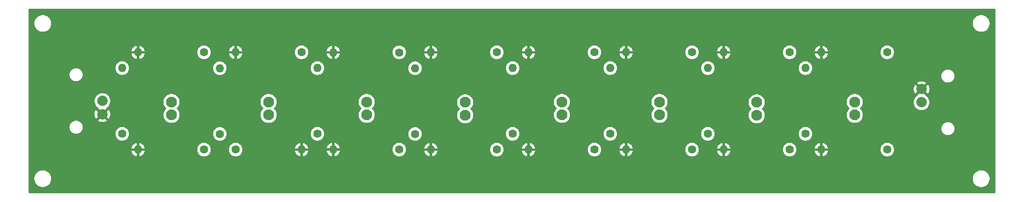
<source format=gbr>
%TF.GenerationSoftware,KiCad,Pcbnew,9.0.0*%
%TF.CreationDate,2025-08-17T09:20:06-07:00*%
%TF.ProjectId,FoxHuntAttenuator,466f7848-756e-4744-9174-74656e756174,rev?*%
%TF.SameCoordinates,Original*%
%TF.FileFunction,Copper,L2,Bot*%
%TF.FilePolarity,Positive*%
%FSLAX46Y46*%
G04 Gerber Fmt 4.6, Leading zero omitted, Abs format (unit mm)*
G04 Created by KiCad (PCBNEW 9.0.0) date 2025-08-17 09:20:06*
%MOMM*%
%LPD*%
G01*
G04 APERTURE LIST*
%TA.AperFunction,ComponentPad*%
%ADD10C,1.600000*%
%TD*%
%TA.AperFunction,ComponentPad*%
%ADD11O,1.600000X1.600000*%
%TD*%
%TA.AperFunction,ComponentPad*%
%ADD12C,2.000000*%
%TD*%
%TA.AperFunction,ComponentPad*%
%ADD13C,2.100000*%
%TD*%
G04 APERTURE END LIST*
D10*
%TO.P,R1,1*%
%TO.N,Net-(J1-In)*%
X104140000Y-129794000D03*
D11*
%TO.P,R1,2*%
%TO.N,GND*%
X91440000Y-129794000D03*
%TD*%
D10*
%TO.P,R23,1*%
%TO.N,Net-(SW7-B)*%
X219964000Y-126746000D03*
D11*
%TO.P,R23,2*%
%TO.N,Net-(J2-In)*%
X219964000Y-114046000D03*
%TD*%
D10*
%TO.P,R19,1*%
%TO.N,Net-(SW6-B)*%
X216916000Y-129794000D03*
D11*
%TO.P,R19,2*%
%TO.N,GND*%
X204216000Y-129794000D03*
%TD*%
D10*
%TO.P,R21,1*%
%TO.N,Net-(SW7-B)*%
X216916000Y-110998000D03*
D11*
%TO.P,R21,2*%
%TO.N,GND*%
X204216000Y-110998000D03*
%TD*%
D10*
%TO.P,R17,1*%
%TO.N,Net-(SW5-B)*%
X182372000Y-126746000D03*
D11*
%TO.P,R17,2*%
%TO.N,Net-(SW6-B)*%
X182372000Y-114046000D03*
%TD*%
D10*
%TO.P,R3,1*%
%TO.N,Net-(SW1-B)*%
X104140000Y-110998000D03*
D11*
%TO.P,R3,2*%
%TO.N,GND*%
X91440000Y-110998000D03*
%TD*%
D12*
%TO.P,J1,1,In*%
%TO.N,Net-(J1-In)*%
X84582000Y-120396000D03*
%TO.P,J1,2,Ext*%
%TO.N,GND*%
X84572000Y-122946000D03*
%TD*%
D10*
%TO.P,R11,1*%
%TO.N,Net-(SW3-B)*%
X144790000Y-126760000D03*
D11*
%TO.P,R11,2*%
%TO.N,Net-(SW4-B)*%
X144790000Y-114060000D03*
%TD*%
D13*
%TO.P,SW4,1,A*%
%TO.N,Net-(SW3-B)*%
X154432000Y-123140000D03*
%TO.P,SW4,2,B*%
%TO.N,Net-(SW4-B)*%
X154432000Y-120650000D03*
%TD*%
D10*
%TO.P,R16,1*%
%TO.N,Net-(SW5-B)*%
X198120000Y-129794000D03*
D11*
%TO.P,R16,2*%
%TO.N,GND*%
X185420000Y-129794000D03*
%TD*%
D13*
%TO.P,SW5,1,A*%
%TO.N,Net-(SW4-B)*%
X173074000Y-123074000D03*
%TO.P,SW5,2,B*%
%TO.N,Net-(SW5-B)*%
X173074000Y-120584000D03*
%TD*%
D10*
%TO.P,R12,1*%
%TO.N,Net-(SW4-B)*%
X160528000Y-110998000D03*
D11*
%TO.P,R12,2*%
%TO.N,GND*%
X147828000Y-110998000D03*
%TD*%
D10*
%TO.P,R20,1*%
%TO.N,Net-(SW6-B)*%
X201168000Y-126746000D03*
D11*
%TO.P,R20,2*%
%TO.N,Net-(SW7-B)*%
X201168000Y-114046000D03*
%TD*%
D10*
%TO.P,R10,1*%
%TO.N,Net-(SW3-B)*%
X160528000Y-129794000D03*
D11*
%TO.P,R10,2*%
%TO.N,GND*%
X147828000Y-129794000D03*
%TD*%
D10*
%TO.P,R14,1*%
%TO.N,Net-(SW4-B)*%
X163576000Y-126746000D03*
D11*
%TO.P,R14,2*%
%TO.N,Net-(SW5-B)*%
X163576000Y-114046000D03*
%TD*%
D13*
%TO.P,SW8,1,A*%
%TO.N,Net-(SW7-B)*%
X229462000Y-123074000D03*
%TO.P,SW8,2,B*%
%TO.N,Net-(J2-In)*%
X229462000Y-120584000D03*
%TD*%
D10*
%TO.P,R8,1*%
%TO.N,Net-(SW2-B)*%
X125984000Y-126746000D03*
D11*
%TO.P,R8,2*%
%TO.N,Net-(SW3-B)*%
X125984000Y-114046000D03*
%TD*%
D10*
%TO.P,R5,1*%
%TO.N,Net-(SW1-B)*%
X107188000Y-126750000D03*
D11*
%TO.P,R5,2*%
%TO.N,Net-(SW2-B)*%
X107188000Y-114050000D03*
%TD*%
D10*
%TO.P,R2,1*%
%TO.N,Net-(J1-In)*%
X88392000Y-126746000D03*
D11*
%TO.P,R2,2*%
%TO.N,Net-(SW1-B)*%
X88392000Y-114046000D03*
%TD*%
D13*
%TO.P,SW7,1,A*%
%TO.N,Net-(SW6-B)*%
X210566000Y-123140000D03*
%TO.P,SW7,2,B*%
%TO.N,Net-(SW7-B)*%
X210566000Y-120650000D03*
%TD*%
%TO.P,SW6,1,A*%
%TO.N,Net-(SW5-B)*%
X191870000Y-123074000D03*
%TO.P,SW6,2,B*%
%TO.N,Net-(SW6-B)*%
X191870000Y-120584000D03*
%TD*%
D12*
%TO.P,J2,1,In*%
%TO.N,Net-(J2-In)*%
X242316000Y-120650000D03*
%TO.P,J2,2,Ext*%
%TO.N,GND*%
X242326000Y-118100000D03*
%TD*%
D13*
%TO.P,SW1,1,A*%
%TO.N,Net-(J1-In)*%
X97890000Y-123074000D03*
%TO.P,SW1,2,B*%
%TO.N,Net-(SW1-B)*%
X97890000Y-120584000D03*
%TD*%
D10*
%TO.P,R6,1*%
%TO.N,Net-(SW2-B)*%
X122936000Y-110998000D03*
D11*
%TO.P,R6,2*%
%TO.N,GND*%
X110236000Y-110998000D03*
%TD*%
D10*
%TO.P,R24,1*%
%TO.N,Net-(J2-In)*%
X235712000Y-110998000D03*
D11*
%TO.P,R24,2*%
%TO.N,GND*%
X223012000Y-110998000D03*
%TD*%
D10*
%TO.P,R7,1*%
%TO.N,Net-(SW2-B)*%
X141730000Y-129790000D03*
D11*
%TO.P,R7,2*%
%TO.N,GND*%
X129030000Y-129790000D03*
%TD*%
D10*
%TO.P,R4,1*%
%TO.N,Net-(SW1-B)*%
X110236000Y-129794000D03*
D11*
%TO.P,R4,2*%
%TO.N,GND*%
X122936000Y-129794000D03*
%TD*%
D10*
%TO.P,R22,1*%
%TO.N,Net-(SW7-B)*%
X235712000Y-129794000D03*
D11*
%TO.P,R22,2*%
%TO.N,GND*%
X223012000Y-129794000D03*
%TD*%
D10*
%TO.P,R13,1*%
%TO.N,Net-(SW4-B)*%
X179324000Y-129794000D03*
D11*
%TO.P,R13,2*%
%TO.N,GND*%
X166624000Y-129794000D03*
%TD*%
D13*
%TO.P,SW2,1,A*%
%TO.N,Net-(SW1-B)*%
X116586000Y-123074000D03*
%TO.P,SW2,2,B*%
%TO.N,Net-(SW2-B)*%
X116586000Y-120584000D03*
%TD*%
%TO.P,SW3,1,A*%
%TO.N,Net-(SW2-B)*%
X135482000Y-123074000D03*
%TO.P,SW3,2,B*%
%TO.N,Net-(SW3-B)*%
X135482000Y-120584000D03*
%TD*%
D10*
%TO.P,R9,1*%
%TO.N,Net-(SW3-B)*%
X141740000Y-111000000D03*
D11*
%TO.P,R9,2*%
%TO.N,GND*%
X129040000Y-111000000D03*
%TD*%
D10*
%TO.P,R18,1*%
%TO.N,Net-(SW6-B)*%
X198120000Y-110998000D03*
D11*
%TO.P,R18,2*%
%TO.N,GND*%
X185420000Y-110998000D03*
%TD*%
D10*
%TO.P,R15,1*%
%TO.N,Net-(SW5-B)*%
X179324000Y-110998000D03*
D11*
%TO.P,R15,2*%
%TO.N,GND*%
X166624000Y-110998000D03*
%TD*%
%TA.AperFunction,Conductor*%
%TO.N,GND*%
G36*
X256490539Y-102628185D02*
G01*
X256536294Y-102680989D01*
X256547500Y-102732500D01*
X256547500Y-138059500D01*
X256527815Y-138126539D01*
X256475011Y-138172294D01*
X256423500Y-138183500D01*
X70474500Y-138183500D01*
X70407461Y-138163815D01*
X70361706Y-138111011D01*
X70350500Y-138059500D01*
X70350500Y-135274038D01*
X71499500Y-135274038D01*
X71499500Y-135525961D01*
X71538910Y-135774785D01*
X71616760Y-136014383D01*
X71731132Y-136238848D01*
X71879201Y-136442649D01*
X71879205Y-136442654D01*
X72057345Y-136620794D01*
X72057350Y-136620798D01*
X72235117Y-136749952D01*
X72261155Y-136768870D01*
X72404184Y-136841747D01*
X72485616Y-136883239D01*
X72485618Y-136883239D01*
X72485621Y-136883241D01*
X72725215Y-136961090D01*
X72974038Y-137000500D01*
X72974039Y-137000500D01*
X73225961Y-137000500D01*
X73225962Y-137000500D01*
X73474785Y-136961090D01*
X73714379Y-136883241D01*
X73938845Y-136768870D01*
X74142656Y-136620793D01*
X74320793Y-136442656D01*
X74468870Y-136238845D01*
X74583241Y-136014379D01*
X74661090Y-135774785D01*
X74700500Y-135525962D01*
X74700500Y-135274038D01*
X252199500Y-135274038D01*
X252199500Y-135525961D01*
X252238910Y-135774785D01*
X252316760Y-136014383D01*
X252431132Y-136238848D01*
X252579201Y-136442649D01*
X252579205Y-136442654D01*
X252757345Y-136620794D01*
X252757350Y-136620798D01*
X252935117Y-136749952D01*
X252961155Y-136768870D01*
X253104184Y-136841747D01*
X253185616Y-136883239D01*
X253185618Y-136883239D01*
X253185621Y-136883241D01*
X253425215Y-136961090D01*
X253674038Y-137000500D01*
X253674039Y-137000500D01*
X253925961Y-137000500D01*
X253925962Y-137000500D01*
X254174785Y-136961090D01*
X254414379Y-136883241D01*
X254638845Y-136768870D01*
X254842656Y-136620793D01*
X255020793Y-136442656D01*
X255168870Y-136238845D01*
X255283241Y-136014379D01*
X255361090Y-135774785D01*
X255400500Y-135525962D01*
X255400500Y-135274038D01*
X255361090Y-135025215D01*
X255283241Y-134785621D01*
X255283239Y-134785618D01*
X255283239Y-134785616D01*
X255241747Y-134704184D01*
X255168870Y-134561155D01*
X255149952Y-134535117D01*
X255020798Y-134357350D01*
X255020794Y-134357345D01*
X254842654Y-134179205D01*
X254842649Y-134179201D01*
X254638848Y-134031132D01*
X254638847Y-134031131D01*
X254638845Y-134031130D01*
X254568747Y-133995413D01*
X254414383Y-133916760D01*
X254174785Y-133838910D01*
X253925962Y-133799500D01*
X253674038Y-133799500D01*
X253549626Y-133819205D01*
X253425214Y-133838910D01*
X253185616Y-133916760D01*
X252961151Y-134031132D01*
X252757350Y-134179201D01*
X252757345Y-134179205D01*
X252579205Y-134357345D01*
X252579201Y-134357350D01*
X252431132Y-134561151D01*
X252316760Y-134785616D01*
X252238910Y-135025214D01*
X252199500Y-135274038D01*
X74700500Y-135274038D01*
X74661090Y-135025215D01*
X74583241Y-134785621D01*
X74583239Y-134785618D01*
X74583239Y-134785616D01*
X74541747Y-134704184D01*
X74468870Y-134561155D01*
X74449952Y-134535117D01*
X74320798Y-134357350D01*
X74320794Y-134357345D01*
X74142654Y-134179205D01*
X74142649Y-134179201D01*
X73938848Y-134031132D01*
X73938847Y-134031131D01*
X73938845Y-134031130D01*
X73868747Y-133995413D01*
X73714383Y-133916760D01*
X73474785Y-133838910D01*
X73225962Y-133799500D01*
X72974038Y-133799500D01*
X72849626Y-133819205D01*
X72725214Y-133838910D01*
X72485616Y-133916760D01*
X72261151Y-134031132D01*
X72057350Y-134179201D01*
X72057345Y-134179205D01*
X71879205Y-134357345D01*
X71879201Y-134357350D01*
X71731132Y-134561151D01*
X71616760Y-134785616D01*
X71538910Y-135025214D01*
X71499500Y-135274038D01*
X70350500Y-135274038D01*
X70350500Y-129544000D01*
X90163391Y-129544000D01*
X91124314Y-129544000D01*
X91119920Y-129548394D01*
X91067259Y-129639606D01*
X91040000Y-129741339D01*
X91040000Y-129846661D01*
X91067259Y-129948394D01*
X91119920Y-130039606D01*
X91124314Y-130044000D01*
X90163391Y-130044000D01*
X90172009Y-130098413D01*
X90235244Y-130293029D01*
X90328140Y-130475349D01*
X90448417Y-130640894D01*
X90448417Y-130640895D01*
X90593104Y-130785582D01*
X90758650Y-130905859D01*
X90940968Y-130998754D01*
X91135578Y-131061988D01*
X91190000Y-131070607D01*
X91190000Y-130109686D01*
X91194394Y-130114080D01*
X91285606Y-130166741D01*
X91387339Y-130194000D01*
X91492661Y-130194000D01*
X91594394Y-130166741D01*
X91685606Y-130114080D01*
X91690000Y-130109686D01*
X91690000Y-131070606D01*
X91744421Y-131061988D01*
X91939031Y-130998754D01*
X92121349Y-130905859D01*
X92286894Y-130785582D01*
X92286895Y-130785582D01*
X92431582Y-130640895D01*
X92431582Y-130640894D01*
X92551859Y-130475349D01*
X92644755Y-130293029D01*
X92707990Y-130098413D01*
X92716609Y-130044000D01*
X91755686Y-130044000D01*
X91760080Y-130039606D01*
X91812741Y-129948394D01*
X91840000Y-129846661D01*
X91840000Y-129741339D01*
X91826685Y-129691648D01*
X102839500Y-129691648D01*
X102839500Y-129896351D01*
X102871522Y-130098534D01*
X102934781Y-130293223D01*
X102998691Y-130418653D01*
X103025676Y-130471613D01*
X103027715Y-130475613D01*
X103148028Y-130641213D01*
X103292786Y-130785971D01*
X103447749Y-130898556D01*
X103458390Y-130906287D01*
X103574607Y-130965503D01*
X103640776Y-130999218D01*
X103640778Y-130999218D01*
X103640781Y-130999220D01*
X103745137Y-131033127D01*
X103835465Y-131062477D01*
X103936557Y-131078488D01*
X104037648Y-131094500D01*
X104037649Y-131094500D01*
X104242351Y-131094500D01*
X104242352Y-131094500D01*
X104444534Y-131062477D01*
X104639219Y-130999220D01*
X104821610Y-130906287D01*
X104914590Y-130838732D01*
X104987213Y-130785971D01*
X104987215Y-130785968D01*
X104987219Y-130785966D01*
X105131966Y-130641219D01*
X105131968Y-130641215D01*
X105131971Y-130641213D01*
X105184732Y-130568590D01*
X105252287Y-130475610D01*
X105345220Y-130293219D01*
X105408477Y-130098534D01*
X105440500Y-129896352D01*
X105440500Y-129691648D01*
X108935500Y-129691648D01*
X108935500Y-129896351D01*
X108967522Y-130098534D01*
X109030781Y-130293223D01*
X109094691Y-130418653D01*
X109121676Y-130471613D01*
X109123715Y-130475613D01*
X109244028Y-130641213D01*
X109388786Y-130785971D01*
X109543749Y-130898556D01*
X109554390Y-130906287D01*
X109670607Y-130965503D01*
X109736776Y-130999218D01*
X109736778Y-130999218D01*
X109736781Y-130999220D01*
X109841137Y-131033127D01*
X109931465Y-131062477D01*
X110032557Y-131078488D01*
X110133648Y-131094500D01*
X110133649Y-131094500D01*
X110338351Y-131094500D01*
X110338352Y-131094500D01*
X110540534Y-131062477D01*
X110735219Y-130999220D01*
X110917610Y-130906287D01*
X111010590Y-130838732D01*
X111083213Y-130785971D01*
X111083215Y-130785968D01*
X111083219Y-130785966D01*
X111227966Y-130641219D01*
X111227968Y-130641215D01*
X111227971Y-130641213D01*
X111280732Y-130568590D01*
X111348287Y-130475610D01*
X111441220Y-130293219D01*
X111504477Y-130098534D01*
X111536500Y-129896352D01*
X111536500Y-129691648D01*
X111513114Y-129544000D01*
X121659391Y-129544000D01*
X122620314Y-129544000D01*
X122615920Y-129548394D01*
X122563259Y-129639606D01*
X122536000Y-129741339D01*
X122536000Y-129846661D01*
X122563259Y-129948394D01*
X122615920Y-130039606D01*
X122620314Y-130044000D01*
X121659391Y-130044000D01*
X121668009Y-130098413D01*
X121731244Y-130293029D01*
X121824140Y-130475349D01*
X121944417Y-130640894D01*
X121944417Y-130640895D01*
X122089104Y-130785582D01*
X122254650Y-130905859D01*
X122436968Y-130998754D01*
X122631578Y-131061988D01*
X122686000Y-131070607D01*
X122686000Y-130109686D01*
X122690394Y-130114080D01*
X122781606Y-130166741D01*
X122883339Y-130194000D01*
X122988661Y-130194000D01*
X123090394Y-130166741D01*
X123181606Y-130114080D01*
X123186000Y-130109686D01*
X123186000Y-131070606D01*
X123240421Y-131061988D01*
X123435031Y-130998754D01*
X123617349Y-130905859D01*
X123782894Y-130785582D01*
X123782895Y-130785582D01*
X123927582Y-130640895D01*
X123927582Y-130640894D01*
X124047859Y-130475349D01*
X124140755Y-130293029D01*
X124203990Y-130098413D01*
X124212609Y-130044000D01*
X123251686Y-130044000D01*
X123256080Y-130039606D01*
X123308741Y-129948394D01*
X123336000Y-129846661D01*
X123336000Y-129741339D01*
X123308741Y-129639606D01*
X123256080Y-129548394D01*
X123251686Y-129544000D01*
X124212609Y-129544000D01*
X124211975Y-129540000D01*
X127753391Y-129540000D01*
X128714314Y-129540000D01*
X128709920Y-129544394D01*
X128657259Y-129635606D01*
X128630000Y-129737339D01*
X128630000Y-129842661D01*
X128657259Y-129944394D01*
X128709920Y-130035606D01*
X128714314Y-130040000D01*
X127753391Y-130040000D01*
X127762009Y-130094413D01*
X127825244Y-130289029D01*
X127918140Y-130471349D01*
X128038417Y-130636894D01*
X128038417Y-130636895D01*
X128183104Y-130781582D01*
X128348650Y-130901859D01*
X128530968Y-130994754D01*
X128725578Y-131057988D01*
X128780000Y-131066607D01*
X128780000Y-130105686D01*
X128784394Y-130110080D01*
X128875606Y-130162741D01*
X128977339Y-130190000D01*
X129082661Y-130190000D01*
X129184394Y-130162741D01*
X129275606Y-130110080D01*
X129280000Y-130105686D01*
X129280000Y-131066606D01*
X129334421Y-131057988D01*
X129529031Y-130994754D01*
X129711349Y-130901859D01*
X129876894Y-130781582D01*
X129876895Y-130781582D01*
X130021582Y-130636895D01*
X130021582Y-130636894D01*
X130141859Y-130471349D01*
X130234755Y-130289029D01*
X130297990Y-130094413D01*
X130306609Y-130040000D01*
X129345686Y-130040000D01*
X129350080Y-130035606D01*
X129402741Y-129944394D01*
X129430000Y-129842661D01*
X129430000Y-129737339D01*
X129416685Y-129687648D01*
X140429500Y-129687648D01*
X140429500Y-129892352D01*
X140430134Y-129896352D01*
X140461522Y-130094534D01*
X140524781Y-130289223D01*
X140617715Y-130471613D01*
X140738028Y-130637213D01*
X140882786Y-130781971D01*
X141037749Y-130894556D01*
X141048390Y-130902287D01*
X141164607Y-130961503D01*
X141230776Y-130995218D01*
X141230778Y-130995218D01*
X141230781Y-130995220D01*
X141335137Y-131029127D01*
X141425465Y-131058477D01*
X141526557Y-131074488D01*
X141627648Y-131090500D01*
X141627649Y-131090500D01*
X141832351Y-131090500D01*
X141832352Y-131090500D01*
X142034534Y-131058477D01*
X142229219Y-130995220D01*
X142411610Y-130902287D01*
X142571707Y-130785971D01*
X142577213Y-130781971D01*
X142577215Y-130781968D01*
X142577219Y-130781966D01*
X142721966Y-130637219D01*
X142721968Y-130637215D01*
X142721971Y-130637213D01*
X142774732Y-130564590D01*
X142842287Y-130471610D01*
X142935220Y-130289219D01*
X142998477Y-130094534D01*
X143006481Y-130044000D01*
X143015424Y-129987539D01*
X143029866Y-129896352D01*
X143030500Y-129892352D01*
X143030500Y-129687648D01*
X143007748Y-129544000D01*
X146551391Y-129544000D01*
X147512314Y-129544000D01*
X147507920Y-129548394D01*
X147455259Y-129639606D01*
X147428000Y-129741339D01*
X147428000Y-129846661D01*
X147455259Y-129948394D01*
X147507920Y-130039606D01*
X147512314Y-130044000D01*
X146551391Y-130044000D01*
X146560009Y-130098413D01*
X146623244Y-130293029D01*
X146716140Y-130475349D01*
X146836417Y-130640894D01*
X146836417Y-130640895D01*
X146981104Y-130785582D01*
X147146650Y-130905859D01*
X147328968Y-130998754D01*
X147523578Y-131061988D01*
X147578000Y-131070607D01*
X147578000Y-130109686D01*
X147582394Y-130114080D01*
X147673606Y-130166741D01*
X147775339Y-130194000D01*
X147880661Y-130194000D01*
X147982394Y-130166741D01*
X148073606Y-130114080D01*
X148078000Y-130109686D01*
X148078000Y-131070606D01*
X148132421Y-131061988D01*
X148327031Y-130998754D01*
X148509349Y-130905859D01*
X148674894Y-130785582D01*
X148674895Y-130785582D01*
X148819582Y-130640895D01*
X148819582Y-130640894D01*
X148939859Y-130475349D01*
X149032755Y-130293029D01*
X149095990Y-130098413D01*
X149104609Y-130044000D01*
X148143686Y-130044000D01*
X148148080Y-130039606D01*
X148200741Y-129948394D01*
X148228000Y-129846661D01*
X148228000Y-129741339D01*
X148214685Y-129691648D01*
X159227500Y-129691648D01*
X159227500Y-129896351D01*
X159259522Y-130098534D01*
X159322781Y-130293223D01*
X159386691Y-130418653D01*
X159413676Y-130471613D01*
X159415715Y-130475613D01*
X159536028Y-130641213D01*
X159680786Y-130785971D01*
X159835749Y-130898556D01*
X159846390Y-130906287D01*
X159962607Y-130965503D01*
X160028776Y-130999218D01*
X160028778Y-130999218D01*
X160028781Y-130999220D01*
X160133137Y-131033127D01*
X160223465Y-131062477D01*
X160324557Y-131078488D01*
X160425648Y-131094500D01*
X160425649Y-131094500D01*
X160630351Y-131094500D01*
X160630352Y-131094500D01*
X160832534Y-131062477D01*
X161027219Y-130999220D01*
X161209610Y-130906287D01*
X161302590Y-130838732D01*
X161375213Y-130785971D01*
X161375215Y-130785968D01*
X161375219Y-130785966D01*
X161519966Y-130641219D01*
X161519968Y-130641215D01*
X161519971Y-130641213D01*
X161572732Y-130568590D01*
X161640287Y-130475610D01*
X161733220Y-130293219D01*
X161796477Y-130098534D01*
X161828500Y-129896352D01*
X161828500Y-129691648D01*
X161805114Y-129544000D01*
X165347391Y-129544000D01*
X166308314Y-129544000D01*
X166303920Y-129548394D01*
X166251259Y-129639606D01*
X166224000Y-129741339D01*
X166224000Y-129846661D01*
X166251259Y-129948394D01*
X166303920Y-130039606D01*
X166308314Y-130044000D01*
X165347391Y-130044000D01*
X165356009Y-130098413D01*
X165419244Y-130293029D01*
X165512140Y-130475349D01*
X165632417Y-130640894D01*
X165632417Y-130640895D01*
X165777104Y-130785582D01*
X165942650Y-130905859D01*
X166124968Y-130998754D01*
X166319578Y-131061988D01*
X166374000Y-131070607D01*
X166374000Y-130109686D01*
X166378394Y-130114080D01*
X166469606Y-130166741D01*
X166571339Y-130194000D01*
X166676661Y-130194000D01*
X166778394Y-130166741D01*
X166869606Y-130114080D01*
X166874000Y-130109686D01*
X166874000Y-131070606D01*
X166928421Y-131061988D01*
X167123031Y-130998754D01*
X167305349Y-130905859D01*
X167470894Y-130785582D01*
X167470895Y-130785582D01*
X167615582Y-130640895D01*
X167615582Y-130640894D01*
X167735859Y-130475349D01*
X167828755Y-130293029D01*
X167891990Y-130098413D01*
X167900609Y-130044000D01*
X166939686Y-130044000D01*
X166944080Y-130039606D01*
X166996741Y-129948394D01*
X167024000Y-129846661D01*
X167024000Y-129741339D01*
X167010685Y-129691648D01*
X178023500Y-129691648D01*
X178023500Y-129896351D01*
X178055522Y-130098534D01*
X178118781Y-130293223D01*
X178182691Y-130418653D01*
X178209676Y-130471613D01*
X178211715Y-130475613D01*
X178332028Y-130641213D01*
X178476786Y-130785971D01*
X178631749Y-130898556D01*
X178642390Y-130906287D01*
X178758607Y-130965503D01*
X178824776Y-130999218D01*
X178824778Y-130999218D01*
X178824781Y-130999220D01*
X178929137Y-131033127D01*
X179019465Y-131062477D01*
X179120557Y-131078488D01*
X179221648Y-131094500D01*
X179221649Y-131094500D01*
X179426351Y-131094500D01*
X179426352Y-131094500D01*
X179628534Y-131062477D01*
X179823219Y-130999220D01*
X180005610Y-130906287D01*
X180098590Y-130838732D01*
X180171213Y-130785971D01*
X180171215Y-130785968D01*
X180171219Y-130785966D01*
X180315966Y-130641219D01*
X180315968Y-130641215D01*
X180315971Y-130641213D01*
X180368732Y-130568590D01*
X180436287Y-130475610D01*
X180529220Y-130293219D01*
X180592477Y-130098534D01*
X180624500Y-129896352D01*
X180624500Y-129691648D01*
X180601114Y-129544000D01*
X184143391Y-129544000D01*
X185104314Y-129544000D01*
X185099920Y-129548394D01*
X185047259Y-129639606D01*
X185020000Y-129741339D01*
X185020000Y-129846661D01*
X185047259Y-129948394D01*
X185099920Y-130039606D01*
X185104314Y-130044000D01*
X184143391Y-130044000D01*
X184152009Y-130098413D01*
X184215244Y-130293029D01*
X184308140Y-130475349D01*
X184428417Y-130640894D01*
X184428417Y-130640895D01*
X184573104Y-130785582D01*
X184738650Y-130905859D01*
X184920968Y-130998754D01*
X185115578Y-131061988D01*
X185170000Y-131070607D01*
X185170000Y-130109686D01*
X185174394Y-130114080D01*
X185265606Y-130166741D01*
X185367339Y-130194000D01*
X185472661Y-130194000D01*
X185574394Y-130166741D01*
X185665606Y-130114080D01*
X185670000Y-130109686D01*
X185670000Y-131070606D01*
X185724421Y-131061988D01*
X185919031Y-130998754D01*
X186101349Y-130905859D01*
X186266894Y-130785582D01*
X186266895Y-130785582D01*
X186411582Y-130640895D01*
X186411582Y-130640894D01*
X186531859Y-130475349D01*
X186624755Y-130293029D01*
X186687990Y-130098413D01*
X186696609Y-130044000D01*
X185735686Y-130044000D01*
X185740080Y-130039606D01*
X185792741Y-129948394D01*
X185820000Y-129846661D01*
X185820000Y-129741339D01*
X185806685Y-129691648D01*
X196819500Y-129691648D01*
X196819500Y-129896351D01*
X196851522Y-130098534D01*
X196914781Y-130293223D01*
X196978691Y-130418653D01*
X197005676Y-130471613D01*
X197007715Y-130475613D01*
X197128028Y-130641213D01*
X197272786Y-130785971D01*
X197427749Y-130898556D01*
X197438390Y-130906287D01*
X197554607Y-130965503D01*
X197620776Y-130999218D01*
X197620778Y-130999218D01*
X197620781Y-130999220D01*
X197725137Y-131033127D01*
X197815465Y-131062477D01*
X197916557Y-131078488D01*
X198017648Y-131094500D01*
X198017649Y-131094500D01*
X198222351Y-131094500D01*
X198222352Y-131094500D01*
X198424534Y-131062477D01*
X198619219Y-130999220D01*
X198801610Y-130906287D01*
X198894590Y-130838732D01*
X198967213Y-130785971D01*
X198967215Y-130785968D01*
X198967219Y-130785966D01*
X199111966Y-130641219D01*
X199111968Y-130641215D01*
X199111971Y-130641213D01*
X199164732Y-130568590D01*
X199232287Y-130475610D01*
X199325220Y-130293219D01*
X199388477Y-130098534D01*
X199420500Y-129896352D01*
X199420500Y-129691648D01*
X199397114Y-129544000D01*
X202939391Y-129544000D01*
X203900314Y-129544000D01*
X203895920Y-129548394D01*
X203843259Y-129639606D01*
X203816000Y-129741339D01*
X203816000Y-129846661D01*
X203843259Y-129948394D01*
X203895920Y-130039606D01*
X203900314Y-130044000D01*
X202939391Y-130044000D01*
X202948009Y-130098413D01*
X203011244Y-130293029D01*
X203104140Y-130475349D01*
X203224417Y-130640894D01*
X203224417Y-130640895D01*
X203369104Y-130785582D01*
X203534650Y-130905859D01*
X203716968Y-130998754D01*
X203911578Y-131061988D01*
X203966000Y-131070607D01*
X203966000Y-130109686D01*
X203970394Y-130114080D01*
X204061606Y-130166741D01*
X204163339Y-130194000D01*
X204268661Y-130194000D01*
X204370394Y-130166741D01*
X204461606Y-130114080D01*
X204466000Y-130109686D01*
X204466000Y-131070607D01*
X204520421Y-131061988D01*
X204715031Y-130998754D01*
X204897349Y-130905859D01*
X205062894Y-130785582D01*
X205062895Y-130785582D01*
X205207582Y-130640895D01*
X205207582Y-130640894D01*
X205327859Y-130475349D01*
X205420755Y-130293029D01*
X205483990Y-130098413D01*
X205492609Y-130044000D01*
X204531686Y-130044000D01*
X204536080Y-130039606D01*
X204588741Y-129948394D01*
X204616000Y-129846661D01*
X204616000Y-129741339D01*
X204602685Y-129691648D01*
X215615500Y-129691648D01*
X215615500Y-129896351D01*
X215647522Y-130098534D01*
X215710781Y-130293223D01*
X215774691Y-130418653D01*
X215801676Y-130471613D01*
X215803715Y-130475613D01*
X215924028Y-130641213D01*
X216068786Y-130785971D01*
X216223749Y-130898556D01*
X216234390Y-130906287D01*
X216350607Y-130965503D01*
X216416776Y-130999218D01*
X216416778Y-130999218D01*
X216416781Y-130999220D01*
X216521137Y-131033127D01*
X216611465Y-131062477D01*
X216712557Y-131078488D01*
X216813648Y-131094500D01*
X216813649Y-131094500D01*
X217018351Y-131094500D01*
X217018352Y-131094500D01*
X217220534Y-131062477D01*
X217415219Y-130999220D01*
X217597610Y-130906287D01*
X217690590Y-130838732D01*
X217763213Y-130785971D01*
X217763215Y-130785968D01*
X217763219Y-130785966D01*
X217907966Y-130641219D01*
X217907968Y-130641215D01*
X217907971Y-130641213D01*
X217960732Y-130568590D01*
X218028287Y-130475610D01*
X218121220Y-130293219D01*
X218184477Y-130098534D01*
X218216500Y-129896352D01*
X218216500Y-129691648D01*
X218193114Y-129544000D01*
X221735391Y-129544000D01*
X222696314Y-129544000D01*
X222691920Y-129548394D01*
X222639259Y-129639606D01*
X222612000Y-129741339D01*
X222612000Y-129846661D01*
X222639259Y-129948394D01*
X222691920Y-130039606D01*
X222696314Y-130044000D01*
X221735391Y-130044000D01*
X221744009Y-130098413D01*
X221807244Y-130293029D01*
X221900140Y-130475349D01*
X222020417Y-130640894D01*
X222020417Y-130640895D01*
X222165104Y-130785582D01*
X222330650Y-130905859D01*
X222512968Y-130998754D01*
X222707578Y-131061988D01*
X222762000Y-131070607D01*
X222762000Y-130109686D01*
X222766394Y-130114080D01*
X222857606Y-130166741D01*
X222959339Y-130194000D01*
X223064661Y-130194000D01*
X223166394Y-130166741D01*
X223257606Y-130114080D01*
X223262000Y-130109686D01*
X223262000Y-131070607D01*
X223316421Y-131061988D01*
X223511031Y-130998754D01*
X223693349Y-130905859D01*
X223858894Y-130785582D01*
X223858895Y-130785582D01*
X224003582Y-130640895D01*
X224003582Y-130640894D01*
X224123859Y-130475349D01*
X224216755Y-130293029D01*
X224279990Y-130098413D01*
X224288609Y-130044000D01*
X223327686Y-130044000D01*
X223332080Y-130039606D01*
X223384741Y-129948394D01*
X223412000Y-129846661D01*
X223412000Y-129741339D01*
X223398685Y-129691648D01*
X234411500Y-129691648D01*
X234411500Y-129896351D01*
X234443522Y-130098534D01*
X234506781Y-130293223D01*
X234570691Y-130418653D01*
X234597676Y-130471613D01*
X234599715Y-130475613D01*
X234720028Y-130641213D01*
X234864786Y-130785971D01*
X235019749Y-130898556D01*
X235030390Y-130906287D01*
X235146607Y-130965503D01*
X235212776Y-130999218D01*
X235212778Y-130999218D01*
X235212781Y-130999220D01*
X235317137Y-131033127D01*
X235407465Y-131062477D01*
X235508557Y-131078488D01*
X235609648Y-131094500D01*
X235609649Y-131094500D01*
X235814351Y-131094500D01*
X235814352Y-131094500D01*
X236016534Y-131062477D01*
X236211219Y-130999220D01*
X236393610Y-130906287D01*
X236486590Y-130838732D01*
X236559213Y-130785971D01*
X236559215Y-130785968D01*
X236559219Y-130785966D01*
X236703966Y-130641219D01*
X236703968Y-130641215D01*
X236703971Y-130641213D01*
X236756732Y-130568590D01*
X236824287Y-130475610D01*
X236917220Y-130293219D01*
X236980477Y-130098534D01*
X237012500Y-129896352D01*
X237012500Y-129691648D01*
X236997931Y-129599664D01*
X236980477Y-129489465D01*
X236917218Y-129294776D01*
X236824419Y-129112650D01*
X236824287Y-129112390D01*
X236816556Y-129101749D01*
X236703971Y-128946786D01*
X236559213Y-128802028D01*
X236393613Y-128681715D01*
X236393612Y-128681714D01*
X236393610Y-128681713D01*
X236336653Y-128652691D01*
X236211223Y-128588781D01*
X236016534Y-128525522D01*
X235841995Y-128497878D01*
X235814352Y-128493500D01*
X235609648Y-128493500D01*
X235585329Y-128497351D01*
X235407465Y-128525522D01*
X235212776Y-128588781D01*
X235030386Y-128681715D01*
X234864786Y-128802028D01*
X234720028Y-128946786D01*
X234599715Y-129112386D01*
X234506781Y-129294776D01*
X234443522Y-129489465D01*
X234411500Y-129691648D01*
X223398685Y-129691648D01*
X223384741Y-129639606D01*
X223332080Y-129548394D01*
X223327686Y-129544000D01*
X224288609Y-129544000D01*
X224279990Y-129489586D01*
X224216755Y-129294970D01*
X224123859Y-129112650D01*
X224003582Y-128947105D01*
X224003582Y-128947104D01*
X223858895Y-128802417D01*
X223693349Y-128682140D01*
X223511029Y-128589244D01*
X223316413Y-128526009D01*
X223262000Y-128517390D01*
X223262000Y-129478314D01*
X223257606Y-129473920D01*
X223166394Y-129421259D01*
X223064661Y-129394000D01*
X222959339Y-129394000D01*
X222857606Y-129421259D01*
X222766394Y-129473920D01*
X222762000Y-129478314D01*
X222762000Y-128517390D01*
X222707586Y-128526009D01*
X222512970Y-128589244D01*
X222330650Y-128682140D01*
X222165105Y-128802417D01*
X222165104Y-128802417D01*
X222020417Y-128947104D01*
X222020417Y-128947105D01*
X221900140Y-129112650D01*
X221807244Y-129294970D01*
X221744009Y-129489586D01*
X221735391Y-129544000D01*
X218193114Y-129544000D01*
X218184477Y-129489466D01*
X218121220Y-129294781D01*
X218121218Y-129294778D01*
X218121218Y-129294776D01*
X218028419Y-129112650D01*
X218028287Y-129112390D01*
X218020556Y-129101749D01*
X217907971Y-128946786D01*
X217763213Y-128802028D01*
X217597613Y-128681715D01*
X217597612Y-128681714D01*
X217597610Y-128681713D01*
X217540653Y-128652691D01*
X217415223Y-128588781D01*
X217220534Y-128525522D01*
X217045995Y-128497878D01*
X217018352Y-128493500D01*
X216813648Y-128493500D01*
X216789329Y-128497351D01*
X216611465Y-128525522D01*
X216416776Y-128588781D01*
X216234386Y-128681715D01*
X216068786Y-128802028D01*
X215924028Y-128946786D01*
X215803715Y-129112386D01*
X215710781Y-129294776D01*
X215647522Y-129489465D01*
X215615500Y-129691648D01*
X204602685Y-129691648D01*
X204588741Y-129639606D01*
X204536080Y-129548394D01*
X204531686Y-129544000D01*
X205492609Y-129544000D01*
X205483990Y-129489586D01*
X205420755Y-129294970D01*
X205327859Y-129112650D01*
X205207582Y-128947105D01*
X205207582Y-128947104D01*
X205062895Y-128802417D01*
X204897349Y-128682140D01*
X204715029Y-128589244D01*
X204520413Y-128526009D01*
X204466000Y-128517390D01*
X204466000Y-129478314D01*
X204461606Y-129473920D01*
X204370394Y-129421259D01*
X204268661Y-129394000D01*
X204163339Y-129394000D01*
X204061606Y-129421259D01*
X203970394Y-129473920D01*
X203966000Y-129478314D01*
X203966000Y-128517390D01*
X203911586Y-128526009D01*
X203716970Y-128589244D01*
X203534650Y-128682140D01*
X203369105Y-128802417D01*
X203369104Y-128802417D01*
X203224417Y-128947104D01*
X203224417Y-128947105D01*
X203104140Y-129112650D01*
X203011244Y-129294970D01*
X202948009Y-129489586D01*
X202939391Y-129544000D01*
X199397114Y-129544000D01*
X199388477Y-129489466D01*
X199325220Y-129294781D01*
X199325218Y-129294778D01*
X199325218Y-129294776D01*
X199232419Y-129112650D01*
X199232287Y-129112390D01*
X199224556Y-129101749D01*
X199111971Y-128946786D01*
X198967213Y-128802028D01*
X198801613Y-128681715D01*
X198801612Y-128681714D01*
X198801610Y-128681713D01*
X198744653Y-128652691D01*
X198619223Y-128588781D01*
X198424534Y-128525522D01*
X198249995Y-128497878D01*
X198222352Y-128493500D01*
X198017648Y-128493500D01*
X197993329Y-128497351D01*
X197815465Y-128525522D01*
X197620776Y-128588781D01*
X197438386Y-128681715D01*
X197272786Y-128802028D01*
X197128028Y-128946786D01*
X197007715Y-129112386D01*
X196914781Y-129294776D01*
X196851522Y-129489465D01*
X196819500Y-129691648D01*
X185806685Y-129691648D01*
X185792741Y-129639606D01*
X185740080Y-129548394D01*
X185735686Y-129544000D01*
X186696609Y-129544000D01*
X186687990Y-129489586D01*
X186624755Y-129294970D01*
X186531859Y-129112650D01*
X186411582Y-128947105D01*
X186411582Y-128947104D01*
X186266895Y-128802417D01*
X186101349Y-128682140D01*
X185919029Y-128589244D01*
X185724413Y-128526009D01*
X185670000Y-128517390D01*
X185670000Y-129478314D01*
X185665606Y-129473920D01*
X185574394Y-129421259D01*
X185472661Y-129394000D01*
X185367339Y-129394000D01*
X185265606Y-129421259D01*
X185174394Y-129473920D01*
X185170000Y-129478314D01*
X185170000Y-128517390D01*
X185115586Y-128526009D01*
X184920970Y-128589244D01*
X184738650Y-128682140D01*
X184573105Y-128802417D01*
X184573104Y-128802417D01*
X184428417Y-128947104D01*
X184428417Y-128947105D01*
X184308140Y-129112650D01*
X184215244Y-129294970D01*
X184152009Y-129489586D01*
X184143391Y-129544000D01*
X180601114Y-129544000D01*
X180592477Y-129489466D01*
X180529220Y-129294781D01*
X180529218Y-129294778D01*
X180529218Y-129294776D01*
X180436419Y-129112650D01*
X180436287Y-129112390D01*
X180428556Y-129101749D01*
X180315971Y-128946786D01*
X180171213Y-128802028D01*
X180005613Y-128681715D01*
X180005612Y-128681714D01*
X180005610Y-128681713D01*
X179948653Y-128652691D01*
X179823223Y-128588781D01*
X179628534Y-128525522D01*
X179453995Y-128497878D01*
X179426352Y-128493500D01*
X179221648Y-128493500D01*
X179197329Y-128497351D01*
X179019465Y-128525522D01*
X178824776Y-128588781D01*
X178642386Y-128681715D01*
X178476786Y-128802028D01*
X178332028Y-128946786D01*
X178211715Y-129112386D01*
X178118781Y-129294776D01*
X178055522Y-129489465D01*
X178023500Y-129691648D01*
X167010685Y-129691648D01*
X166996741Y-129639606D01*
X166944080Y-129548394D01*
X166939686Y-129544000D01*
X167900609Y-129544000D01*
X167891990Y-129489586D01*
X167828755Y-129294970D01*
X167735859Y-129112650D01*
X167615582Y-128947105D01*
X167615582Y-128947104D01*
X167470895Y-128802417D01*
X167305349Y-128682140D01*
X167123029Y-128589244D01*
X166928413Y-128526009D01*
X166874000Y-128517390D01*
X166874000Y-129478314D01*
X166869606Y-129473920D01*
X166778394Y-129421259D01*
X166676661Y-129394000D01*
X166571339Y-129394000D01*
X166469606Y-129421259D01*
X166378394Y-129473920D01*
X166374000Y-129478314D01*
X166374000Y-128517390D01*
X166319586Y-128526009D01*
X166124970Y-128589244D01*
X165942650Y-128682140D01*
X165777105Y-128802417D01*
X165777104Y-128802417D01*
X165632417Y-128947104D01*
X165632417Y-128947105D01*
X165512140Y-129112650D01*
X165419244Y-129294970D01*
X165356009Y-129489586D01*
X165347391Y-129544000D01*
X161805114Y-129544000D01*
X161796477Y-129489466D01*
X161733220Y-129294781D01*
X161733218Y-129294778D01*
X161733218Y-129294776D01*
X161640419Y-129112650D01*
X161640287Y-129112390D01*
X161632556Y-129101749D01*
X161519971Y-128946786D01*
X161375213Y-128802028D01*
X161209613Y-128681715D01*
X161209612Y-128681714D01*
X161209610Y-128681713D01*
X161152653Y-128652691D01*
X161027223Y-128588781D01*
X160832534Y-128525522D01*
X160657995Y-128497878D01*
X160630352Y-128493500D01*
X160425648Y-128493500D01*
X160401329Y-128497351D01*
X160223465Y-128525522D01*
X160028776Y-128588781D01*
X159846386Y-128681715D01*
X159680786Y-128802028D01*
X159536028Y-128946786D01*
X159415715Y-129112386D01*
X159322781Y-129294776D01*
X159259522Y-129489465D01*
X159227500Y-129691648D01*
X148214685Y-129691648D01*
X148200741Y-129639606D01*
X148148080Y-129548394D01*
X148143686Y-129544000D01*
X149104609Y-129544000D01*
X149095990Y-129489586D01*
X149032755Y-129294970D01*
X148939859Y-129112650D01*
X148819582Y-128947105D01*
X148819582Y-128947104D01*
X148674895Y-128802417D01*
X148509349Y-128682140D01*
X148327029Y-128589244D01*
X148132413Y-128526009D01*
X148078000Y-128517390D01*
X148078000Y-129478314D01*
X148073606Y-129473920D01*
X147982394Y-129421259D01*
X147880661Y-129394000D01*
X147775339Y-129394000D01*
X147673606Y-129421259D01*
X147582394Y-129473920D01*
X147578000Y-129478314D01*
X147578000Y-128517390D01*
X147523586Y-128526009D01*
X147328970Y-128589244D01*
X147146650Y-128682140D01*
X146981105Y-128802417D01*
X146981104Y-128802417D01*
X146836417Y-128947104D01*
X146836417Y-128947105D01*
X146716140Y-129112650D01*
X146623244Y-129294970D01*
X146560009Y-129489586D01*
X146551391Y-129544000D01*
X143007748Y-129544000D01*
X142999111Y-129489466D01*
X142998477Y-129485465D01*
X142936581Y-129294970D01*
X142935220Y-129290781D01*
X142935218Y-129290778D01*
X142935218Y-129290776D01*
X142901503Y-129224607D01*
X142842287Y-129108390D01*
X142834556Y-129097749D01*
X142721971Y-128942786D01*
X142577213Y-128798028D01*
X142411613Y-128677715D01*
X142411612Y-128677714D01*
X142411610Y-128677713D01*
X142354653Y-128648691D01*
X142229223Y-128584781D01*
X142034534Y-128521522D01*
X141857607Y-128493500D01*
X141832352Y-128489500D01*
X141627648Y-128489500D01*
X141603329Y-128493351D01*
X141425465Y-128521522D01*
X141230776Y-128584781D01*
X141048386Y-128677715D01*
X140882786Y-128798028D01*
X140738028Y-128942786D01*
X140617715Y-129108386D01*
X140524781Y-129290776D01*
X140461522Y-129485465D01*
X140437109Y-129639606D01*
X140429500Y-129687648D01*
X129416685Y-129687648D01*
X129402741Y-129635606D01*
X129350080Y-129544394D01*
X129345686Y-129540000D01*
X130306609Y-129540000D01*
X130297990Y-129485586D01*
X130234755Y-129290970D01*
X130141859Y-129108650D01*
X130021582Y-128943105D01*
X130021582Y-128943104D01*
X129876895Y-128798417D01*
X129711349Y-128678140D01*
X129529029Y-128585244D01*
X129334413Y-128522009D01*
X129280000Y-128513390D01*
X129280000Y-129474314D01*
X129275606Y-129469920D01*
X129184394Y-129417259D01*
X129082661Y-129390000D01*
X128977339Y-129390000D01*
X128875606Y-129417259D01*
X128784394Y-129469920D01*
X128780000Y-129474314D01*
X128780000Y-128513390D01*
X128725586Y-128522009D01*
X128530970Y-128585244D01*
X128348650Y-128678140D01*
X128183105Y-128798417D01*
X128183104Y-128798417D01*
X128038417Y-128943104D01*
X128038417Y-128943105D01*
X127918140Y-129108650D01*
X127825244Y-129290970D01*
X127762009Y-129485586D01*
X127753391Y-129540000D01*
X124211975Y-129540000D01*
X124203990Y-129489586D01*
X124140755Y-129294970D01*
X124047859Y-129112650D01*
X123927582Y-128947105D01*
X123927582Y-128947104D01*
X123782895Y-128802417D01*
X123617349Y-128682140D01*
X123435029Y-128589244D01*
X123240413Y-128526009D01*
X123186000Y-128517390D01*
X123186000Y-129478314D01*
X123181606Y-129473920D01*
X123090394Y-129421259D01*
X122988661Y-129394000D01*
X122883339Y-129394000D01*
X122781606Y-129421259D01*
X122690394Y-129473920D01*
X122686000Y-129478314D01*
X122686000Y-128517390D01*
X122631586Y-128526009D01*
X122436970Y-128589244D01*
X122254650Y-128682140D01*
X122089105Y-128802417D01*
X122089104Y-128802417D01*
X121944417Y-128947104D01*
X121944417Y-128947105D01*
X121824140Y-129112650D01*
X121731244Y-129294970D01*
X121668009Y-129489586D01*
X121659391Y-129544000D01*
X111513114Y-129544000D01*
X111504477Y-129489466D01*
X111441220Y-129294781D01*
X111441218Y-129294778D01*
X111441218Y-129294776D01*
X111348419Y-129112650D01*
X111348287Y-129112390D01*
X111340556Y-129101749D01*
X111227971Y-128946786D01*
X111083213Y-128802028D01*
X110917613Y-128681715D01*
X110917612Y-128681714D01*
X110917610Y-128681713D01*
X110860653Y-128652691D01*
X110735223Y-128588781D01*
X110540534Y-128525522D01*
X110365995Y-128497878D01*
X110338352Y-128493500D01*
X110133648Y-128493500D01*
X110109329Y-128497351D01*
X109931465Y-128525522D01*
X109736776Y-128588781D01*
X109554386Y-128681715D01*
X109388786Y-128802028D01*
X109244028Y-128946786D01*
X109123715Y-129112386D01*
X109030781Y-129294776D01*
X108967522Y-129489465D01*
X108935500Y-129691648D01*
X105440500Y-129691648D01*
X105425931Y-129599664D01*
X105408477Y-129489465D01*
X105345218Y-129294776D01*
X105252419Y-129112650D01*
X105252287Y-129112390D01*
X105244556Y-129101749D01*
X105131971Y-128946786D01*
X104987213Y-128802028D01*
X104821613Y-128681715D01*
X104821612Y-128681714D01*
X104821610Y-128681713D01*
X104764653Y-128652691D01*
X104639223Y-128588781D01*
X104444534Y-128525522D01*
X104269995Y-128497878D01*
X104242352Y-128493500D01*
X104037648Y-128493500D01*
X104013329Y-128497351D01*
X103835465Y-128525522D01*
X103640776Y-128588781D01*
X103458386Y-128681715D01*
X103292786Y-128802028D01*
X103148028Y-128946786D01*
X103027715Y-129112386D01*
X102934781Y-129294776D01*
X102871522Y-129489465D01*
X102839500Y-129691648D01*
X91826685Y-129691648D01*
X91812741Y-129639606D01*
X91760080Y-129548394D01*
X91755686Y-129544000D01*
X92716609Y-129544000D01*
X92707990Y-129489586D01*
X92644755Y-129294970D01*
X92551859Y-129112650D01*
X92431582Y-128947105D01*
X92431582Y-128947104D01*
X92286895Y-128802417D01*
X92121349Y-128682140D01*
X91939029Y-128589244D01*
X91744413Y-128526009D01*
X91690000Y-128517390D01*
X91690000Y-129478314D01*
X91685606Y-129473920D01*
X91594394Y-129421259D01*
X91492661Y-129394000D01*
X91387339Y-129394000D01*
X91285606Y-129421259D01*
X91194394Y-129473920D01*
X91190000Y-129478314D01*
X91190000Y-128517390D01*
X91135586Y-128526009D01*
X90940970Y-128589244D01*
X90758650Y-128682140D01*
X90593105Y-128802417D01*
X90593104Y-128802417D01*
X90448417Y-128947104D01*
X90448417Y-128947105D01*
X90328140Y-129112650D01*
X90235244Y-129294970D01*
X90172009Y-129489586D01*
X90163391Y-129544000D01*
X70350500Y-129544000D01*
X70350500Y-125357577D01*
X78261500Y-125357577D01*
X78261500Y-125554422D01*
X78292290Y-125748826D01*
X78353117Y-125936029D01*
X78418521Y-126064390D01*
X78442476Y-126111405D01*
X78558172Y-126270646D01*
X78697354Y-126409828D01*
X78856595Y-126525524D01*
X78939455Y-126567743D01*
X79031970Y-126614882D01*
X79031972Y-126614882D01*
X79031975Y-126614884D01*
X79120501Y-126643648D01*
X79219173Y-126675709D01*
X79413578Y-126706500D01*
X79413583Y-126706500D01*
X79610422Y-126706500D01*
X79804826Y-126675709D01*
X79903499Y-126643648D01*
X87091500Y-126643648D01*
X87091500Y-126848352D01*
X87092134Y-126852352D01*
X87123522Y-127050534D01*
X87186781Y-127245223D01*
X87279715Y-127427613D01*
X87400028Y-127593213D01*
X87544786Y-127737971D01*
X87699749Y-127850556D01*
X87710390Y-127858287D01*
X87826607Y-127917503D01*
X87892776Y-127951218D01*
X87892778Y-127951218D01*
X87892781Y-127951220D01*
X87935869Y-127965220D01*
X88087465Y-128014477D01*
X88175857Y-128028477D01*
X88289648Y-128046500D01*
X88289649Y-128046500D01*
X88494351Y-128046500D01*
X88494352Y-128046500D01*
X88696534Y-128014477D01*
X88891219Y-127951220D01*
X89073610Y-127858287D01*
X89219943Y-127751971D01*
X89239213Y-127737971D01*
X89239215Y-127737968D01*
X89239219Y-127737966D01*
X89383966Y-127593219D01*
X89383968Y-127593215D01*
X89383971Y-127593213D01*
X89494115Y-127441610D01*
X89504287Y-127427610D01*
X89597220Y-127245219D01*
X89660477Y-127050534D01*
X89692500Y-126848352D01*
X89692500Y-126647648D01*
X105887500Y-126647648D01*
X105887500Y-126852351D01*
X105919522Y-127054534D01*
X105982781Y-127249223D01*
X106046691Y-127374653D01*
X106073676Y-127427613D01*
X106075715Y-127431613D01*
X106196028Y-127597213D01*
X106340786Y-127741971D01*
X106495749Y-127854556D01*
X106506390Y-127862287D01*
X106622607Y-127921503D01*
X106688776Y-127955218D01*
X106688778Y-127955218D01*
X106688781Y-127955220D01*
X106793137Y-127989127D01*
X106883465Y-128018477D01*
X106946602Y-128028477D01*
X107085648Y-128050500D01*
X107085649Y-128050500D01*
X107290351Y-128050500D01*
X107290352Y-128050500D01*
X107492534Y-128018477D01*
X107687219Y-127955220D01*
X107869610Y-127862287D01*
X107962590Y-127794732D01*
X108035213Y-127741971D01*
X108035215Y-127741968D01*
X108035219Y-127741966D01*
X108179966Y-127597219D01*
X108179968Y-127597215D01*
X108179971Y-127597213D01*
X108293019Y-127441613D01*
X108300287Y-127431610D01*
X108393220Y-127249219D01*
X108456477Y-127054534D01*
X108488500Y-126852352D01*
X108488500Y-126647648D01*
X108487866Y-126643648D01*
X124683500Y-126643648D01*
X124683500Y-126848352D01*
X124684134Y-126852352D01*
X124715522Y-127050534D01*
X124778781Y-127245223D01*
X124871715Y-127427613D01*
X124992028Y-127593213D01*
X125136786Y-127737971D01*
X125291749Y-127850556D01*
X125302390Y-127858287D01*
X125418607Y-127917503D01*
X125484776Y-127951218D01*
X125484778Y-127951218D01*
X125484781Y-127951220D01*
X125527869Y-127965220D01*
X125679465Y-128014477D01*
X125767857Y-128028477D01*
X125881648Y-128046500D01*
X125881649Y-128046500D01*
X126086351Y-128046500D01*
X126086352Y-128046500D01*
X126288534Y-128014477D01*
X126483219Y-127951220D01*
X126665610Y-127858287D01*
X126811943Y-127751971D01*
X126831213Y-127737971D01*
X126831215Y-127737968D01*
X126831219Y-127737966D01*
X126975966Y-127593219D01*
X126975968Y-127593215D01*
X126975971Y-127593213D01*
X127086115Y-127441610D01*
X127096287Y-127427610D01*
X127189220Y-127245219D01*
X127252477Y-127050534D01*
X127284500Y-126848352D01*
X127284500Y-126657648D01*
X143489500Y-126657648D01*
X143489500Y-126862351D01*
X143521522Y-127064534D01*
X143584781Y-127259223D01*
X143648691Y-127384653D01*
X143672619Y-127431613D01*
X143677715Y-127441613D01*
X143798028Y-127607213D01*
X143942786Y-127751971D01*
X144089116Y-127858284D01*
X144108390Y-127872287D01*
X144224607Y-127931503D01*
X144290776Y-127965218D01*
X144290778Y-127965218D01*
X144290781Y-127965220D01*
X144395137Y-127999127D01*
X144485465Y-128028477D01*
X144586557Y-128044488D01*
X144687648Y-128060500D01*
X144687649Y-128060500D01*
X144892351Y-128060500D01*
X144892352Y-128060500D01*
X145094534Y-128028477D01*
X145289219Y-127965220D01*
X145471610Y-127872287D01*
X145564590Y-127804732D01*
X145637213Y-127751971D01*
X145637215Y-127751968D01*
X145637219Y-127751966D01*
X145781966Y-127607219D01*
X145781968Y-127607215D01*
X145781971Y-127607213D01*
X145834732Y-127534590D01*
X145902287Y-127441610D01*
X145995220Y-127259219D01*
X146058477Y-127064534D01*
X146090500Y-126862352D01*
X146090500Y-126657648D01*
X146088283Y-126643648D01*
X162275500Y-126643648D01*
X162275500Y-126848352D01*
X162276134Y-126852352D01*
X162307522Y-127050534D01*
X162370781Y-127245223D01*
X162463715Y-127427613D01*
X162584028Y-127593213D01*
X162728786Y-127737971D01*
X162883749Y-127850556D01*
X162894390Y-127858287D01*
X163010607Y-127917503D01*
X163076776Y-127951218D01*
X163076778Y-127951218D01*
X163076781Y-127951220D01*
X163119869Y-127965220D01*
X163271465Y-128014477D01*
X163359857Y-128028477D01*
X163473648Y-128046500D01*
X163473649Y-128046500D01*
X163678351Y-128046500D01*
X163678352Y-128046500D01*
X163880534Y-128014477D01*
X164075219Y-127951220D01*
X164257610Y-127858287D01*
X164403943Y-127751971D01*
X164423213Y-127737971D01*
X164423215Y-127737968D01*
X164423219Y-127737966D01*
X164567966Y-127593219D01*
X164567968Y-127593215D01*
X164567971Y-127593213D01*
X164678115Y-127441610D01*
X164688287Y-127427610D01*
X164781220Y-127245219D01*
X164844477Y-127050534D01*
X164876500Y-126848352D01*
X164876500Y-126643648D01*
X181071500Y-126643648D01*
X181071500Y-126848352D01*
X181072134Y-126852352D01*
X181103522Y-127050534D01*
X181166781Y-127245223D01*
X181259715Y-127427613D01*
X181380028Y-127593213D01*
X181524786Y-127737971D01*
X181679749Y-127850556D01*
X181690390Y-127858287D01*
X181806607Y-127917503D01*
X181872776Y-127951218D01*
X181872778Y-127951218D01*
X181872781Y-127951220D01*
X181915869Y-127965220D01*
X182067465Y-128014477D01*
X182155857Y-128028477D01*
X182269648Y-128046500D01*
X182269649Y-128046500D01*
X182474351Y-128046500D01*
X182474352Y-128046500D01*
X182676534Y-128014477D01*
X182871219Y-127951220D01*
X183053610Y-127858287D01*
X183199943Y-127751971D01*
X183219213Y-127737971D01*
X183219215Y-127737968D01*
X183219219Y-127737966D01*
X183363966Y-127593219D01*
X183363968Y-127593215D01*
X183363971Y-127593213D01*
X183474115Y-127441610D01*
X183484287Y-127427610D01*
X183577220Y-127245219D01*
X183640477Y-127050534D01*
X183672500Y-126848352D01*
X183672500Y-126643648D01*
X199867500Y-126643648D01*
X199867500Y-126848352D01*
X199868134Y-126852352D01*
X199899522Y-127050534D01*
X199962781Y-127245223D01*
X200055715Y-127427613D01*
X200176028Y-127593213D01*
X200320786Y-127737971D01*
X200475749Y-127850556D01*
X200486390Y-127858287D01*
X200602607Y-127917503D01*
X200668776Y-127951218D01*
X200668778Y-127951218D01*
X200668781Y-127951220D01*
X200711869Y-127965220D01*
X200863465Y-128014477D01*
X200951857Y-128028477D01*
X201065648Y-128046500D01*
X201065649Y-128046500D01*
X201270351Y-128046500D01*
X201270352Y-128046500D01*
X201472534Y-128014477D01*
X201667219Y-127951220D01*
X201849610Y-127858287D01*
X201995943Y-127751971D01*
X202015213Y-127737971D01*
X202015215Y-127737968D01*
X202015219Y-127737966D01*
X202159966Y-127593219D01*
X202159968Y-127593215D01*
X202159971Y-127593213D01*
X202270115Y-127441610D01*
X202280287Y-127427610D01*
X202373220Y-127245219D01*
X202436477Y-127050534D01*
X202468500Y-126848352D01*
X202468500Y-126643648D01*
X218663500Y-126643648D01*
X218663500Y-126848352D01*
X218664134Y-126852352D01*
X218695522Y-127050534D01*
X218758781Y-127245223D01*
X218851715Y-127427613D01*
X218972028Y-127593213D01*
X219116786Y-127737971D01*
X219271749Y-127850556D01*
X219282390Y-127858287D01*
X219398607Y-127917503D01*
X219464776Y-127951218D01*
X219464778Y-127951218D01*
X219464781Y-127951220D01*
X219507869Y-127965220D01*
X219659465Y-128014477D01*
X219747857Y-128028477D01*
X219861648Y-128046500D01*
X219861649Y-128046500D01*
X220066351Y-128046500D01*
X220066352Y-128046500D01*
X220268534Y-128014477D01*
X220463219Y-127951220D01*
X220645610Y-127858287D01*
X220791943Y-127751971D01*
X220811213Y-127737971D01*
X220811215Y-127737968D01*
X220811219Y-127737966D01*
X220955966Y-127593219D01*
X220955968Y-127593215D01*
X220955971Y-127593213D01*
X221066115Y-127441610D01*
X221076287Y-127427610D01*
X221169220Y-127245219D01*
X221232477Y-127050534D01*
X221264500Y-126848352D01*
X221264500Y-126643648D01*
X221245791Y-126525523D01*
X221232477Y-126441465D01*
X221176975Y-126270648D01*
X221169220Y-126246781D01*
X221169218Y-126246778D01*
X221169218Y-126246776D01*
X221083420Y-126078390D01*
X221076287Y-126064390D01*
X221068556Y-126053749D01*
X220955971Y-125898786D01*
X220811217Y-125754032D01*
X220811212Y-125754028D01*
X220774074Y-125727045D01*
X220774051Y-125727030D01*
X220645609Y-125633712D01*
X220641419Y-125631577D01*
X246145500Y-125631577D01*
X246145500Y-125828422D01*
X246176290Y-126022826D01*
X246237117Y-126210029D01*
X246326476Y-126385405D01*
X246442172Y-126544646D01*
X246581354Y-126683828D01*
X246740595Y-126799524D01*
X246823455Y-126841743D01*
X246915970Y-126888882D01*
X246915972Y-126888882D01*
X246915975Y-126888884D01*
X247016317Y-126921487D01*
X247103173Y-126949709D01*
X247297578Y-126980500D01*
X247297583Y-126980500D01*
X247494422Y-126980500D01*
X247688826Y-126949709D01*
X247876025Y-126888884D01*
X248051405Y-126799524D01*
X248210646Y-126683828D01*
X248349828Y-126544646D01*
X248465524Y-126385405D01*
X248554884Y-126210025D01*
X248615709Y-126022826D01*
X248629457Y-125936025D01*
X248646500Y-125828422D01*
X248646500Y-125631577D01*
X248615709Y-125437173D01*
X248554882Y-125249970D01*
X248465523Y-125074594D01*
X248349828Y-124915354D01*
X248210646Y-124776172D01*
X248051405Y-124660476D01*
X247980798Y-124624500D01*
X247876029Y-124571117D01*
X247688826Y-124510290D01*
X247494422Y-124479500D01*
X247494417Y-124479500D01*
X247297583Y-124479500D01*
X247297578Y-124479500D01*
X247103173Y-124510290D01*
X246915970Y-124571117D01*
X246740594Y-124660476D01*
X246649741Y-124726485D01*
X246581354Y-124776172D01*
X246581352Y-124776174D01*
X246581351Y-124776174D01*
X246442174Y-124915351D01*
X246442174Y-124915352D01*
X246442172Y-124915354D01*
X246398132Y-124975970D01*
X246326476Y-125074594D01*
X246237117Y-125249970D01*
X246176290Y-125437173D01*
X246145500Y-125631577D01*
X220641419Y-125631577D01*
X220463223Y-125540781D01*
X220268534Y-125477522D01*
X220091607Y-125449500D01*
X220066352Y-125445500D01*
X219861648Y-125445500D01*
X219837329Y-125449351D01*
X219659465Y-125477522D01*
X219464776Y-125540781D01*
X219282386Y-125633715D01*
X219116786Y-125754028D01*
X218972028Y-125898786D01*
X218851715Y-126064386D01*
X218758781Y-126246776D01*
X218695522Y-126441465D01*
X218679180Y-126544647D01*
X218663500Y-126643648D01*
X202468500Y-126643648D01*
X202449791Y-126525523D01*
X202436477Y-126441465D01*
X202380975Y-126270648D01*
X202373220Y-126246781D01*
X202373218Y-126246778D01*
X202373218Y-126246776D01*
X202287420Y-126078390D01*
X202280287Y-126064390D01*
X202272556Y-126053749D01*
X202159971Y-125898786D01*
X202015213Y-125754028D01*
X201849613Y-125633715D01*
X201849612Y-125633714D01*
X201849610Y-125633713D01*
X201792653Y-125604691D01*
X201667223Y-125540781D01*
X201472534Y-125477522D01*
X201295607Y-125449500D01*
X201270352Y-125445500D01*
X201065648Y-125445500D01*
X201041329Y-125449351D01*
X200863465Y-125477522D01*
X200668776Y-125540781D01*
X200486386Y-125633715D01*
X200320786Y-125754028D01*
X200176028Y-125898786D01*
X200055715Y-126064386D01*
X199962781Y-126246776D01*
X199899522Y-126441465D01*
X199883180Y-126544647D01*
X199867500Y-126643648D01*
X183672500Y-126643648D01*
X183653791Y-126525523D01*
X183640477Y-126441465D01*
X183584975Y-126270648D01*
X183577220Y-126246781D01*
X183577218Y-126246778D01*
X183577218Y-126246776D01*
X183491420Y-126078390D01*
X183484287Y-126064390D01*
X183476556Y-126053749D01*
X183363971Y-125898786D01*
X183219213Y-125754028D01*
X183053613Y-125633715D01*
X183053612Y-125633714D01*
X183053610Y-125633713D01*
X182996653Y-125604691D01*
X182871223Y-125540781D01*
X182676534Y-125477522D01*
X182499607Y-125449500D01*
X182474352Y-125445500D01*
X182269648Y-125445500D01*
X182245329Y-125449351D01*
X182067465Y-125477522D01*
X181872776Y-125540781D01*
X181690386Y-125633715D01*
X181524786Y-125754028D01*
X181380028Y-125898786D01*
X181259715Y-126064386D01*
X181166781Y-126246776D01*
X181103522Y-126441465D01*
X181087180Y-126544647D01*
X181071500Y-126643648D01*
X164876500Y-126643648D01*
X164857791Y-126525523D01*
X164844477Y-126441465D01*
X164788975Y-126270648D01*
X164781220Y-126246781D01*
X164781218Y-126246778D01*
X164781218Y-126246776D01*
X164695420Y-126078390D01*
X164688287Y-126064390D01*
X164680556Y-126053749D01*
X164567971Y-125898786D01*
X164423213Y-125754028D01*
X164257613Y-125633715D01*
X164257612Y-125633714D01*
X164257610Y-125633713D01*
X164200653Y-125604691D01*
X164075223Y-125540781D01*
X163880534Y-125477522D01*
X163703607Y-125449500D01*
X163678352Y-125445500D01*
X163473648Y-125445500D01*
X163449329Y-125449351D01*
X163271465Y-125477522D01*
X163076776Y-125540781D01*
X162894386Y-125633715D01*
X162728786Y-125754028D01*
X162584028Y-125898786D01*
X162463715Y-126064386D01*
X162370781Y-126246776D01*
X162307522Y-126441465D01*
X162291180Y-126544647D01*
X162275500Y-126643648D01*
X146088283Y-126643648D01*
X146058477Y-126455466D01*
X146055227Y-126445465D01*
X145998426Y-126270648D01*
X145995220Y-126260781D01*
X145995218Y-126260778D01*
X145995218Y-126260776D01*
X145961503Y-126194607D01*
X145902287Y-126078390D01*
X145894556Y-126067749D01*
X145781971Y-125912786D01*
X145637213Y-125768028D01*
X145471613Y-125647715D01*
X145471612Y-125647714D01*
X145471610Y-125647713D01*
X145414653Y-125618691D01*
X145289223Y-125554781D01*
X145094534Y-125491522D01*
X144919995Y-125463878D01*
X144892352Y-125459500D01*
X144687648Y-125459500D01*
X144663329Y-125463351D01*
X144485465Y-125491522D01*
X144290776Y-125554781D01*
X144108386Y-125647715D01*
X143942786Y-125768028D01*
X143798028Y-125912786D01*
X143677715Y-126078386D01*
X143584781Y-126260776D01*
X143521522Y-126455465D01*
X143489500Y-126657648D01*
X127284500Y-126657648D01*
X127284500Y-126643648D01*
X127265791Y-126525523D01*
X127252477Y-126441465D01*
X127196975Y-126270648D01*
X127189220Y-126246781D01*
X127189218Y-126246778D01*
X127189218Y-126246776D01*
X127103420Y-126078390D01*
X127096287Y-126064390D01*
X127088556Y-126053749D01*
X126975971Y-125898786D01*
X126831213Y-125754028D01*
X126665613Y-125633715D01*
X126665612Y-125633714D01*
X126665610Y-125633713D01*
X126608653Y-125604691D01*
X126483223Y-125540781D01*
X126288534Y-125477522D01*
X126111607Y-125449500D01*
X126086352Y-125445500D01*
X125881648Y-125445500D01*
X125857329Y-125449351D01*
X125679465Y-125477522D01*
X125484776Y-125540781D01*
X125302386Y-125633715D01*
X125136786Y-125754028D01*
X124992028Y-125898786D01*
X124871715Y-126064386D01*
X124778781Y-126246776D01*
X124715522Y-126441465D01*
X124699180Y-126544647D01*
X124683500Y-126643648D01*
X108487866Y-126643648D01*
X108456477Y-126445466D01*
X108455177Y-126441466D01*
X108399675Y-126270647D01*
X108393220Y-126250781D01*
X108393218Y-126250778D01*
X108393218Y-126250776D01*
X108322204Y-126111405D01*
X108300287Y-126068390D01*
X108267183Y-126022826D01*
X108179971Y-125902786D01*
X108035213Y-125758028D01*
X107869613Y-125637715D01*
X107869612Y-125637714D01*
X107869610Y-125637713D01*
X107812653Y-125608691D01*
X107687223Y-125544781D01*
X107492534Y-125481522D01*
X107317995Y-125453878D01*
X107290352Y-125449500D01*
X107085648Y-125449500D01*
X107061329Y-125453351D01*
X106883465Y-125481522D01*
X106688776Y-125544781D01*
X106506386Y-125637715D01*
X106340786Y-125758028D01*
X106196028Y-125902786D01*
X106075715Y-126068386D01*
X105982781Y-126250776D01*
X105919522Y-126445465D01*
X105887500Y-126647648D01*
X89692500Y-126647648D01*
X89692500Y-126643648D01*
X89673791Y-126525523D01*
X89660477Y-126441465D01*
X89604975Y-126270648D01*
X89597220Y-126246781D01*
X89597218Y-126246778D01*
X89597218Y-126246776D01*
X89511420Y-126078390D01*
X89504287Y-126064390D01*
X89496556Y-126053749D01*
X89383971Y-125898786D01*
X89239213Y-125754028D01*
X89073613Y-125633715D01*
X89073612Y-125633714D01*
X89073610Y-125633713D01*
X89016653Y-125604691D01*
X88891223Y-125540781D01*
X88696534Y-125477522D01*
X88519607Y-125449500D01*
X88494352Y-125445500D01*
X88289648Y-125445500D01*
X88265329Y-125449351D01*
X88087465Y-125477522D01*
X87892776Y-125540781D01*
X87710386Y-125633715D01*
X87544786Y-125754028D01*
X87400028Y-125898786D01*
X87279715Y-126064386D01*
X87186781Y-126246776D01*
X87123522Y-126441465D01*
X87107180Y-126544647D01*
X87091500Y-126643648D01*
X79903499Y-126643648D01*
X79992025Y-126614884D01*
X80167405Y-126525524D01*
X80326646Y-126409828D01*
X80465828Y-126270646D01*
X80581524Y-126111405D01*
X80670884Y-125936025D01*
X80731709Y-125748826D01*
X80735161Y-125727030D01*
X80762500Y-125554422D01*
X80762500Y-125357577D01*
X80731709Y-125163173D01*
X80670882Y-124975970D01*
X80581523Y-124800594D01*
X80563781Y-124776174D01*
X80465828Y-124641354D01*
X80326646Y-124502172D01*
X80167405Y-124386476D01*
X79992029Y-124297117D01*
X79814180Y-124239330D01*
X79814179Y-124239329D01*
X79804828Y-124236291D01*
X79610422Y-124205500D01*
X79610417Y-124205500D01*
X79413583Y-124205500D01*
X79413578Y-124205500D01*
X79219173Y-124236290D01*
X79031970Y-124297117D01*
X78856594Y-124386476D01*
X78774668Y-124446000D01*
X78697354Y-124502172D01*
X78697352Y-124502174D01*
X78697351Y-124502174D01*
X78558174Y-124641351D01*
X78558174Y-124641352D01*
X78558172Y-124641354D01*
X78550204Y-124652321D01*
X78442476Y-124800594D01*
X78353117Y-124975970D01*
X78292290Y-125163173D01*
X78261500Y-125357577D01*
X70350500Y-125357577D01*
X70350500Y-122827947D01*
X83072000Y-122827947D01*
X83072000Y-123064052D01*
X83108934Y-123297247D01*
X83181897Y-123521802D01*
X83289087Y-123732174D01*
X83349338Y-123815104D01*
X83349340Y-123815105D01*
X84133944Y-123030501D01*
X84157326Y-123117764D01*
X84215911Y-123219236D01*
X84298764Y-123302089D01*
X84400236Y-123360674D01*
X84487498Y-123384055D01*
X83702893Y-124168658D01*
X83785828Y-124228914D01*
X83996197Y-124336102D01*
X84220752Y-124409065D01*
X84220751Y-124409065D01*
X84453948Y-124446000D01*
X84690052Y-124446000D01*
X84923247Y-124409065D01*
X85147802Y-124336102D01*
X85358163Y-124228918D01*
X85358169Y-124228914D01*
X85441104Y-124168658D01*
X85441105Y-124168658D01*
X84656501Y-123384055D01*
X84743764Y-123360674D01*
X84845236Y-123302089D01*
X84928089Y-123219236D01*
X84986674Y-123117764D01*
X85010055Y-123030502D01*
X85794658Y-123815105D01*
X85794658Y-123815104D01*
X85854914Y-123732169D01*
X85854918Y-123732163D01*
X85962102Y-123521802D01*
X86035065Y-123297247D01*
X86072000Y-123064052D01*
X86072000Y-122827947D01*
X86035065Y-122594752D01*
X85962102Y-122370197D01*
X85854914Y-122159828D01*
X85794658Y-122076894D01*
X85794658Y-122076893D01*
X85010055Y-122861497D01*
X84986674Y-122774236D01*
X84928089Y-122672764D01*
X84845236Y-122589911D01*
X84743764Y-122531326D01*
X84656502Y-122507944D01*
X85441104Y-121723341D01*
X85439347Y-121701007D01*
X85453711Y-121632630D01*
X85490077Y-121590962D01*
X85559510Y-121540517D01*
X85726517Y-121373510D01*
X85865343Y-121182433D01*
X85972568Y-120971992D01*
X86045553Y-120747368D01*
X86052101Y-120706026D01*
X86082500Y-120514097D01*
X86082500Y-120461973D01*
X96339500Y-120461973D01*
X96339500Y-120706027D01*
X96377679Y-120947076D01*
X96453096Y-121179185D01*
X96552110Y-121373512D01*
X96563896Y-121396642D01*
X96707339Y-121594076D01*
X96707343Y-121594081D01*
X96854581Y-121741319D01*
X96888066Y-121802642D01*
X96883082Y-121872334D01*
X96854581Y-121916681D01*
X96707343Y-122063918D01*
X96707339Y-122063923D01*
X96563896Y-122261357D01*
X96453097Y-122478812D01*
X96377678Y-122710927D01*
X96367651Y-122774236D01*
X96339500Y-122951973D01*
X96339500Y-123196027D01*
X96377679Y-123437076D01*
X96453096Y-123669185D01*
X96527445Y-123815104D01*
X96563896Y-123886642D01*
X96707339Y-124084076D01*
X96707343Y-124084081D01*
X96879918Y-124256656D01*
X96879923Y-124256660D01*
X97052136Y-124381779D01*
X97077361Y-124400106D01*
X97294815Y-124510904D01*
X97526924Y-124586321D01*
X97767973Y-124624500D01*
X97767974Y-124624500D01*
X98012026Y-124624500D01*
X98012027Y-124624500D01*
X98253076Y-124586321D01*
X98485185Y-124510904D01*
X98702639Y-124400106D01*
X98900083Y-124256655D01*
X99072655Y-124084083D01*
X99216106Y-123886639D01*
X99326904Y-123669185D01*
X99402321Y-123437076D01*
X99440500Y-123196027D01*
X99440500Y-122951973D01*
X99402321Y-122710924D01*
X99326904Y-122478815D01*
X99216106Y-122261361D01*
X99120611Y-122129923D01*
X99072660Y-122063923D01*
X99072656Y-122063918D01*
X98925419Y-121916681D01*
X98891934Y-121855358D01*
X98896918Y-121785666D01*
X98925419Y-121741319D01*
X98987395Y-121679343D01*
X99072655Y-121594083D01*
X99216106Y-121396639D01*
X99326904Y-121179185D01*
X99402321Y-120947076D01*
X99440500Y-120706027D01*
X99440500Y-120461973D01*
X115035500Y-120461973D01*
X115035500Y-120706027D01*
X115073679Y-120947076D01*
X115149096Y-121179185D01*
X115248110Y-121373512D01*
X115259896Y-121396642D01*
X115403339Y-121594076D01*
X115403343Y-121594081D01*
X115550581Y-121741319D01*
X115584066Y-121802642D01*
X115579082Y-121872334D01*
X115550581Y-121916681D01*
X115403343Y-122063918D01*
X115403339Y-122063923D01*
X115259896Y-122261357D01*
X115149097Y-122478812D01*
X115073678Y-122710927D01*
X115063651Y-122774236D01*
X115035500Y-122951973D01*
X115035500Y-123196027D01*
X115073679Y-123437076D01*
X115149096Y-123669185D01*
X115223445Y-123815104D01*
X115259896Y-123886642D01*
X115403339Y-124084076D01*
X115403343Y-124084081D01*
X115575918Y-124256656D01*
X115575923Y-124256660D01*
X115748136Y-124381779D01*
X115773361Y-124400106D01*
X115990815Y-124510904D01*
X116222924Y-124586321D01*
X116463973Y-124624500D01*
X116463974Y-124624500D01*
X116708026Y-124624500D01*
X116708027Y-124624500D01*
X116949076Y-124586321D01*
X117181185Y-124510904D01*
X117398639Y-124400106D01*
X117596083Y-124256655D01*
X117768655Y-124084083D01*
X117912106Y-123886639D01*
X118022904Y-123669185D01*
X118098321Y-123437076D01*
X118136500Y-123196027D01*
X118136500Y-122951973D01*
X118098321Y-122710924D01*
X118022904Y-122478815D01*
X117912106Y-122261361D01*
X117816611Y-122129923D01*
X117768660Y-122063923D01*
X117768656Y-122063918D01*
X117621419Y-121916681D01*
X117587934Y-121855358D01*
X117592918Y-121785666D01*
X117621419Y-121741319D01*
X117683395Y-121679343D01*
X117768655Y-121594083D01*
X117912106Y-121396639D01*
X118022904Y-121179185D01*
X118098321Y-120947076D01*
X118136500Y-120706027D01*
X118136500Y-120461973D01*
X133931500Y-120461973D01*
X133931500Y-120706027D01*
X133969679Y-120947076D01*
X134045096Y-121179185D01*
X134144110Y-121373512D01*
X134155896Y-121396642D01*
X134299339Y-121594076D01*
X134299343Y-121594081D01*
X134446581Y-121741319D01*
X134480066Y-121802642D01*
X134475082Y-121872334D01*
X134446581Y-121916681D01*
X134299343Y-122063918D01*
X134299339Y-122063923D01*
X134155896Y-122261357D01*
X134045097Y-122478812D01*
X133969678Y-122710927D01*
X133959651Y-122774236D01*
X133931500Y-122951973D01*
X133931500Y-123196027D01*
X133969679Y-123437076D01*
X134045096Y-123669185D01*
X134119445Y-123815104D01*
X134155896Y-123886642D01*
X134299339Y-124084076D01*
X134299343Y-124084081D01*
X134471918Y-124256656D01*
X134471923Y-124256660D01*
X134644136Y-124381779D01*
X134669361Y-124400106D01*
X134886815Y-124510904D01*
X135118924Y-124586321D01*
X135359973Y-124624500D01*
X135359974Y-124624500D01*
X135604026Y-124624500D01*
X135604027Y-124624500D01*
X135845076Y-124586321D01*
X136077185Y-124510904D01*
X136294639Y-124400106D01*
X136492083Y-124256655D01*
X136664655Y-124084083D01*
X136808106Y-123886639D01*
X136918904Y-123669185D01*
X136994321Y-123437076D01*
X137032500Y-123196027D01*
X137032500Y-122951973D01*
X136994321Y-122710924D01*
X136918904Y-122478815D01*
X136808106Y-122261361D01*
X136712611Y-122129923D01*
X136664660Y-122063923D01*
X136664656Y-122063918D01*
X136517419Y-121916681D01*
X136483934Y-121855358D01*
X136488918Y-121785666D01*
X136517419Y-121741319D01*
X136579395Y-121679343D01*
X136664655Y-121594083D01*
X136808106Y-121396639D01*
X136918904Y-121179185D01*
X136994321Y-120947076D01*
X137032500Y-120706027D01*
X137032500Y-120527973D01*
X152881500Y-120527973D01*
X152881500Y-120772026D01*
X152917824Y-121001368D01*
X152919679Y-121013076D01*
X152995096Y-121245185D01*
X153092541Y-121436433D01*
X153105896Y-121462642D01*
X153249339Y-121660076D01*
X153249343Y-121660081D01*
X153396581Y-121807319D01*
X153430066Y-121868642D01*
X153425082Y-121938334D01*
X153396581Y-121982681D01*
X153249343Y-122129918D01*
X153249339Y-122129923D01*
X153105896Y-122327357D01*
X152995097Y-122544812D01*
X152919678Y-122776927D01*
X152883620Y-123004585D01*
X152881500Y-123017973D01*
X152881500Y-123262027D01*
X152919679Y-123503076D01*
X152995096Y-123735185D01*
X153072265Y-123886639D01*
X153105896Y-123952642D01*
X153249339Y-124150076D01*
X153249343Y-124150081D01*
X153421918Y-124322656D01*
X153421923Y-124322660D01*
X153591687Y-124446000D01*
X153619361Y-124466106D01*
X153836815Y-124576904D01*
X154068924Y-124652321D01*
X154309973Y-124690500D01*
X154309974Y-124690500D01*
X154554026Y-124690500D01*
X154554027Y-124690500D01*
X154795076Y-124652321D01*
X155027185Y-124576904D01*
X155244639Y-124466106D01*
X155442083Y-124322655D01*
X155614655Y-124150083D01*
X155758106Y-123952639D01*
X155868904Y-123735185D01*
X155944321Y-123503076D01*
X155982500Y-123262027D01*
X155982500Y-123017973D01*
X155944321Y-122776924D01*
X155868904Y-122544815D01*
X155758106Y-122327361D01*
X155710154Y-122261361D01*
X155614660Y-122129923D01*
X155614656Y-122129918D01*
X155467419Y-121982681D01*
X155433934Y-121921358D01*
X155438918Y-121851666D01*
X155467419Y-121807319D01*
X155533419Y-121741319D01*
X155614655Y-121660083D01*
X155758106Y-121462639D01*
X155868904Y-121245185D01*
X155944321Y-121013076D01*
X155982500Y-120772027D01*
X155982500Y-120527973D01*
X155972046Y-120461973D01*
X171523500Y-120461973D01*
X171523500Y-120706027D01*
X171561679Y-120947076D01*
X171637096Y-121179185D01*
X171736110Y-121373512D01*
X171747896Y-121396642D01*
X171891339Y-121594076D01*
X171891343Y-121594081D01*
X172038581Y-121741319D01*
X172072066Y-121802642D01*
X172067082Y-121872334D01*
X172038581Y-121916681D01*
X171891343Y-122063918D01*
X171891339Y-122063923D01*
X171747896Y-122261357D01*
X171637097Y-122478812D01*
X171561678Y-122710927D01*
X171551651Y-122774236D01*
X171523500Y-122951973D01*
X171523500Y-123196027D01*
X171561679Y-123437076D01*
X171637096Y-123669185D01*
X171711445Y-123815104D01*
X171747896Y-123886642D01*
X171891339Y-124084076D01*
X171891343Y-124084081D01*
X172063918Y-124256656D01*
X172063923Y-124256660D01*
X172236136Y-124381779D01*
X172261361Y-124400106D01*
X172478815Y-124510904D01*
X172710924Y-124586321D01*
X172951973Y-124624500D01*
X172951974Y-124624500D01*
X173196026Y-124624500D01*
X173196027Y-124624500D01*
X173437076Y-124586321D01*
X173669185Y-124510904D01*
X173886639Y-124400106D01*
X174084083Y-124256655D01*
X174256655Y-124084083D01*
X174400106Y-123886639D01*
X174510904Y-123669185D01*
X174586321Y-123437076D01*
X174624500Y-123196027D01*
X174624500Y-122951973D01*
X174586321Y-122710924D01*
X174510904Y-122478815D01*
X174400106Y-122261361D01*
X174304611Y-122129923D01*
X174256660Y-122063923D01*
X174256656Y-122063918D01*
X174109419Y-121916681D01*
X174075934Y-121855358D01*
X174080918Y-121785666D01*
X174109419Y-121741319D01*
X174171395Y-121679343D01*
X174256655Y-121594083D01*
X174400106Y-121396639D01*
X174510904Y-121179185D01*
X174586321Y-120947076D01*
X174624500Y-120706027D01*
X174624500Y-120461973D01*
X190319500Y-120461973D01*
X190319500Y-120706027D01*
X190357679Y-120947076D01*
X190433096Y-121179185D01*
X190532110Y-121373512D01*
X190543896Y-121396642D01*
X190687339Y-121594076D01*
X190687343Y-121594081D01*
X190834581Y-121741319D01*
X190868066Y-121802642D01*
X190863082Y-121872334D01*
X190834581Y-121916681D01*
X190687343Y-122063918D01*
X190687339Y-122063923D01*
X190543896Y-122261357D01*
X190433097Y-122478812D01*
X190357678Y-122710927D01*
X190347651Y-122774236D01*
X190319500Y-122951973D01*
X190319500Y-123196027D01*
X190357679Y-123437076D01*
X190433096Y-123669185D01*
X190507445Y-123815104D01*
X190543896Y-123886642D01*
X190687339Y-124084076D01*
X190687343Y-124084081D01*
X190859918Y-124256656D01*
X190859923Y-124256660D01*
X191032136Y-124381779D01*
X191057361Y-124400106D01*
X191274815Y-124510904D01*
X191506924Y-124586321D01*
X191747973Y-124624500D01*
X191747974Y-124624500D01*
X191992026Y-124624500D01*
X191992027Y-124624500D01*
X192233076Y-124586321D01*
X192465185Y-124510904D01*
X192682639Y-124400106D01*
X192880083Y-124256655D01*
X193052655Y-124084083D01*
X193196106Y-123886639D01*
X193306904Y-123669185D01*
X193382321Y-123437076D01*
X193420500Y-123196027D01*
X193420500Y-122951973D01*
X193382321Y-122710924D01*
X193306904Y-122478815D01*
X193196106Y-122261361D01*
X193100611Y-122129923D01*
X193052660Y-122063923D01*
X193052656Y-122063918D01*
X192905419Y-121916681D01*
X192871934Y-121855358D01*
X192876918Y-121785666D01*
X192905419Y-121741319D01*
X192967395Y-121679343D01*
X193052655Y-121594083D01*
X193196106Y-121396639D01*
X193306904Y-121179185D01*
X193382321Y-120947076D01*
X193420500Y-120706027D01*
X193420500Y-120527973D01*
X209015500Y-120527973D01*
X209015500Y-120772026D01*
X209051824Y-121001368D01*
X209053679Y-121013076D01*
X209129096Y-121245185D01*
X209226541Y-121436433D01*
X209239896Y-121462642D01*
X209383339Y-121660076D01*
X209383343Y-121660081D01*
X209530581Y-121807319D01*
X209564066Y-121868642D01*
X209559082Y-121938334D01*
X209530581Y-121982681D01*
X209383343Y-122129918D01*
X209383339Y-122129923D01*
X209239896Y-122327357D01*
X209129097Y-122544812D01*
X209053678Y-122776927D01*
X209017620Y-123004585D01*
X209015500Y-123017973D01*
X209015500Y-123262027D01*
X209053679Y-123503076D01*
X209129096Y-123735185D01*
X209206265Y-123886639D01*
X209239896Y-123952642D01*
X209383339Y-124150076D01*
X209383343Y-124150081D01*
X209555918Y-124322656D01*
X209555923Y-124322660D01*
X209725687Y-124446000D01*
X209753361Y-124466106D01*
X209970815Y-124576904D01*
X210202924Y-124652321D01*
X210443973Y-124690500D01*
X210443974Y-124690500D01*
X210688026Y-124690500D01*
X210688027Y-124690500D01*
X210929076Y-124652321D01*
X211161185Y-124576904D01*
X211378639Y-124466106D01*
X211576083Y-124322655D01*
X211748655Y-124150083D01*
X211892106Y-123952639D01*
X212002904Y-123735185D01*
X212078321Y-123503076D01*
X212116500Y-123262027D01*
X212116500Y-123017973D01*
X212078321Y-122776924D01*
X212002904Y-122544815D01*
X211892106Y-122327361D01*
X211844154Y-122261361D01*
X211748660Y-122129923D01*
X211748656Y-122129918D01*
X211601419Y-121982681D01*
X211567934Y-121921358D01*
X211572918Y-121851666D01*
X211601419Y-121807319D01*
X211667419Y-121741319D01*
X211748655Y-121660083D01*
X211892106Y-121462639D01*
X212002904Y-121245185D01*
X212078321Y-121013076D01*
X212116500Y-120772027D01*
X212116500Y-120527973D01*
X212106046Y-120461973D01*
X227911500Y-120461973D01*
X227911500Y-120706027D01*
X227949679Y-120947076D01*
X228025096Y-121179185D01*
X228124110Y-121373512D01*
X228135896Y-121396642D01*
X228279339Y-121594076D01*
X228279343Y-121594081D01*
X228426581Y-121741319D01*
X228460066Y-121802642D01*
X228455082Y-121872334D01*
X228426581Y-121916681D01*
X228279343Y-122063918D01*
X228279339Y-122063923D01*
X228135896Y-122261357D01*
X228025097Y-122478812D01*
X227949678Y-122710927D01*
X227939651Y-122774236D01*
X227911500Y-122951973D01*
X227911500Y-123196027D01*
X227949679Y-123437076D01*
X228025096Y-123669185D01*
X228099445Y-123815104D01*
X228135896Y-123886642D01*
X228279339Y-124084076D01*
X228279343Y-124084081D01*
X228451918Y-124256656D01*
X228451923Y-124256660D01*
X228624136Y-124381779D01*
X228649361Y-124400106D01*
X228866815Y-124510904D01*
X229098924Y-124586321D01*
X229339973Y-124624500D01*
X229339974Y-124624500D01*
X229584026Y-124624500D01*
X229584027Y-124624500D01*
X229825076Y-124586321D01*
X230057185Y-124510904D01*
X230274639Y-124400106D01*
X230472083Y-124256655D01*
X230644655Y-124084083D01*
X230788106Y-123886639D01*
X230898904Y-123669185D01*
X230974321Y-123437076D01*
X231012500Y-123196027D01*
X231012500Y-122951973D01*
X230974321Y-122710924D01*
X230898904Y-122478815D01*
X230788106Y-122261361D01*
X230692611Y-122129923D01*
X230644660Y-122063923D01*
X230644656Y-122063918D01*
X230497419Y-121916681D01*
X230463934Y-121855358D01*
X230468918Y-121785666D01*
X230497419Y-121741319D01*
X230559395Y-121679343D01*
X230644655Y-121594083D01*
X230788106Y-121396639D01*
X230898904Y-121179185D01*
X230974321Y-120947076D01*
X231012500Y-120706027D01*
X231012500Y-120531902D01*
X240815500Y-120531902D01*
X240815500Y-120768097D01*
X240852446Y-121001368D01*
X240925433Y-121225996D01*
X241000597Y-121373512D01*
X241032657Y-121436433D01*
X241171483Y-121627510D01*
X241338490Y-121794517D01*
X241529567Y-121933343D01*
X241576674Y-121957345D01*
X241740003Y-122040566D01*
X241740005Y-122040566D01*
X241740008Y-122040568D01*
X241851808Y-122076894D01*
X241964631Y-122113553D01*
X242197903Y-122150500D01*
X242197908Y-122150500D01*
X242434097Y-122150500D01*
X242667368Y-122113553D01*
X242891992Y-122040568D01*
X243102433Y-121933343D01*
X243293510Y-121794517D01*
X243460517Y-121627510D01*
X243599343Y-121436433D01*
X243706568Y-121225992D01*
X243779553Y-121001368D01*
X243788153Y-120947072D01*
X243816500Y-120768097D01*
X243816500Y-120531902D01*
X243779553Y-120298631D01*
X243706566Y-120074003D01*
X243599342Y-119863566D01*
X243567695Y-119820008D01*
X243460517Y-119672490D01*
X243293510Y-119505483D01*
X243289662Y-119502687D01*
X243242997Y-119468782D01*
X243200331Y-119413452D01*
X243192265Y-119358735D01*
X243195104Y-119322657D01*
X242410501Y-118538055D01*
X242497764Y-118514674D01*
X242599236Y-118456089D01*
X242682089Y-118373236D01*
X242740674Y-118271764D01*
X242764055Y-118184502D01*
X243548658Y-118969105D01*
X243548658Y-118969104D01*
X243608914Y-118886169D01*
X243608918Y-118886163D01*
X243716102Y-118675802D01*
X243789065Y-118451247D01*
X243826000Y-118218052D01*
X243826000Y-117981947D01*
X243789065Y-117748752D01*
X243716102Y-117524197D01*
X243608914Y-117313828D01*
X243548658Y-117230894D01*
X243548658Y-117230893D01*
X242764055Y-118015497D01*
X242740674Y-117928236D01*
X242682089Y-117826764D01*
X242599236Y-117743911D01*
X242497764Y-117685326D01*
X242410502Y-117661944D01*
X243195105Y-116877340D01*
X243195104Y-116877338D01*
X243112174Y-116817087D01*
X242901802Y-116709897D01*
X242677247Y-116636934D01*
X242677248Y-116636934D01*
X242444052Y-116600000D01*
X242207948Y-116600000D01*
X241974752Y-116636934D01*
X241750197Y-116709897D01*
X241539830Y-116817084D01*
X241456894Y-116877340D01*
X242241498Y-117661944D01*
X242154236Y-117685326D01*
X242052764Y-117743911D01*
X241969911Y-117826764D01*
X241911326Y-117928236D01*
X241887944Y-118015497D01*
X241103340Y-117230894D01*
X241043084Y-117313830D01*
X240935897Y-117524197D01*
X240862934Y-117748752D01*
X240826000Y-117981947D01*
X240826000Y-118218052D01*
X240862934Y-118451247D01*
X240935897Y-118675802D01*
X241043087Y-118886174D01*
X241103338Y-118969104D01*
X241103340Y-118969105D01*
X241887944Y-118184501D01*
X241911326Y-118271764D01*
X241969911Y-118373236D01*
X242052764Y-118456089D01*
X242154236Y-118514674D01*
X242241498Y-118538055D01*
X241456893Y-119322658D01*
X241458651Y-119344993D01*
X241444286Y-119413370D01*
X241407920Y-119455038D01*
X241338490Y-119505482D01*
X241171485Y-119672487D01*
X241171485Y-119672488D01*
X241171483Y-119672490D01*
X241111862Y-119754550D01*
X241032657Y-119863566D01*
X240925433Y-120074003D01*
X240852446Y-120298631D01*
X240815500Y-120531902D01*
X231012500Y-120531902D01*
X231012500Y-120461973D01*
X230974321Y-120220924D01*
X230898904Y-119988815D01*
X230788106Y-119771361D01*
X230769779Y-119746136D01*
X230644660Y-119573923D01*
X230644656Y-119573918D01*
X230472081Y-119401343D01*
X230472076Y-119401339D01*
X230274642Y-119257896D01*
X230274641Y-119257895D01*
X230274639Y-119257894D01*
X230057185Y-119147096D01*
X229825076Y-119071679D01*
X229825074Y-119071678D01*
X229825072Y-119071678D01*
X229656769Y-119045021D01*
X229584027Y-119033500D01*
X229339973Y-119033500D01*
X229284093Y-119042350D01*
X229098927Y-119071678D01*
X229098924Y-119071679D01*
X228895798Y-119137679D01*
X228866812Y-119147097D01*
X228649357Y-119257896D01*
X228451923Y-119401339D01*
X228451918Y-119401343D01*
X228279343Y-119573918D01*
X228279339Y-119573923D01*
X228135896Y-119771357D01*
X228025097Y-119988812D01*
X227949678Y-120220927D01*
X227940654Y-120277902D01*
X227911500Y-120461973D01*
X212106046Y-120461973D01*
X212078321Y-120286924D01*
X212002904Y-120054815D01*
X211892106Y-119837361D01*
X211844154Y-119771361D01*
X211748660Y-119639923D01*
X211748656Y-119639918D01*
X211576081Y-119467343D01*
X211576076Y-119467339D01*
X211378642Y-119323896D01*
X211378641Y-119323895D01*
X211378639Y-119323894D01*
X211161185Y-119213096D01*
X210929076Y-119137679D01*
X210929074Y-119137678D01*
X210929072Y-119137678D01*
X210760769Y-119111021D01*
X210688027Y-119099500D01*
X210443973Y-119099500D01*
X210388093Y-119108350D01*
X210202927Y-119137678D01*
X209970812Y-119213097D01*
X209753357Y-119323896D01*
X209555923Y-119467339D01*
X209555918Y-119467343D01*
X209383343Y-119639918D01*
X209383339Y-119639923D01*
X209239896Y-119837357D01*
X209129097Y-120054812D01*
X209053678Y-120286927D01*
X209015500Y-120527973D01*
X193420500Y-120527973D01*
X193420500Y-120461973D01*
X193382321Y-120220924D01*
X193306904Y-119988815D01*
X193196106Y-119771361D01*
X193177779Y-119746136D01*
X193052660Y-119573923D01*
X193052656Y-119573918D01*
X192880081Y-119401343D01*
X192880076Y-119401339D01*
X192682642Y-119257896D01*
X192682641Y-119257895D01*
X192682639Y-119257894D01*
X192465185Y-119147096D01*
X192233076Y-119071679D01*
X192233074Y-119071678D01*
X192233072Y-119071678D01*
X192064769Y-119045021D01*
X191992027Y-119033500D01*
X191747973Y-119033500D01*
X191692093Y-119042350D01*
X191506927Y-119071678D01*
X191506924Y-119071679D01*
X191303798Y-119137679D01*
X191274812Y-119147097D01*
X191057357Y-119257896D01*
X190859923Y-119401339D01*
X190859918Y-119401343D01*
X190687343Y-119573918D01*
X190687339Y-119573923D01*
X190543896Y-119771357D01*
X190433097Y-119988812D01*
X190357678Y-120220927D01*
X190348654Y-120277902D01*
X190319500Y-120461973D01*
X174624500Y-120461973D01*
X174586321Y-120220924D01*
X174510904Y-119988815D01*
X174400106Y-119771361D01*
X174381779Y-119746136D01*
X174256660Y-119573923D01*
X174256656Y-119573918D01*
X174084081Y-119401343D01*
X174084076Y-119401339D01*
X173886642Y-119257896D01*
X173886641Y-119257895D01*
X173886639Y-119257894D01*
X173669185Y-119147096D01*
X173437076Y-119071679D01*
X173437074Y-119071678D01*
X173437072Y-119071678D01*
X173268769Y-119045021D01*
X173196027Y-119033500D01*
X172951973Y-119033500D01*
X172896093Y-119042350D01*
X172710927Y-119071678D01*
X172710924Y-119071679D01*
X172507798Y-119137679D01*
X172478812Y-119147097D01*
X172261357Y-119257896D01*
X172063923Y-119401339D01*
X172063918Y-119401343D01*
X171891343Y-119573918D01*
X171891339Y-119573923D01*
X171747896Y-119771357D01*
X171637097Y-119988812D01*
X171561678Y-120220927D01*
X171552654Y-120277902D01*
X171523500Y-120461973D01*
X155972046Y-120461973D01*
X155944321Y-120286924D01*
X155868904Y-120054815D01*
X155758106Y-119837361D01*
X155710154Y-119771361D01*
X155614660Y-119639923D01*
X155614656Y-119639918D01*
X155442081Y-119467343D01*
X155442076Y-119467339D01*
X155244642Y-119323896D01*
X155244641Y-119323895D01*
X155244639Y-119323894D01*
X155027185Y-119213096D01*
X154795076Y-119137679D01*
X154795074Y-119137678D01*
X154795072Y-119137678D01*
X154626769Y-119111021D01*
X154554027Y-119099500D01*
X154309973Y-119099500D01*
X154254093Y-119108350D01*
X154068927Y-119137678D01*
X153836812Y-119213097D01*
X153619357Y-119323896D01*
X153421923Y-119467339D01*
X153421918Y-119467343D01*
X153249343Y-119639918D01*
X153249339Y-119639923D01*
X153105896Y-119837357D01*
X152995097Y-120054812D01*
X152919678Y-120286927D01*
X152881500Y-120527973D01*
X137032500Y-120527973D01*
X137032500Y-120461973D01*
X136994321Y-120220924D01*
X136918904Y-119988815D01*
X136808106Y-119771361D01*
X136789779Y-119746136D01*
X136664660Y-119573923D01*
X136664656Y-119573918D01*
X136492081Y-119401343D01*
X136492076Y-119401339D01*
X136294642Y-119257896D01*
X136294641Y-119257895D01*
X136294639Y-119257894D01*
X136077185Y-119147096D01*
X135845076Y-119071679D01*
X135845074Y-119071678D01*
X135845072Y-119071678D01*
X135676769Y-119045021D01*
X135604027Y-119033500D01*
X135359973Y-119033500D01*
X135304093Y-119042350D01*
X135118927Y-119071678D01*
X135118924Y-119071679D01*
X134915798Y-119137679D01*
X134886812Y-119147097D01*
X134669357Y-119257896D01*
X134471923Y-119401339D01*
X134471918Y-119401343D01*
X134299343Y-119573918D01*
X134299339Y-119573923D01*
X134155896Y-119771357D01*
X134045097Y-119988812D01*
X133969678Y-120220927D01*
X133960654Y-120277902D01*
X133931500Y-120461973D01*
X118136500Y-120461973D01*
X118098321Y-120220924D01*
X118022904Y-119988815D01*
X117912106Y-119771361D01*
X117893779Y-119746136D01*
X117768660Y-119573923D01*
X117768656Y-119573918D01*
X117596081Y-119401343D01*
X117596076Y-119401339D01*
X117398642Y-119257896D01*
X117398641Y-119257895D01*
X117398639Y-119257894D01*
X117181185Y-119147096D01*
X116949076Y-119071679D01*
X116949074Y-119071678D01*
X116949072Y-119071678D01*
X116780769Y-119045021D01*
X116708027Y-119033500D01*
X116463973Y-119033500D01*
X116408093Y-119042350D01*
X116222927Y-119071678D01*
X116222924Y-119071679D01*
X116019798Y-119137679D01*
X115990812Y-119147097D01*
X115773357Y-119257896D01*
X115575923Y-119401339D01*
X115575918Y-119401343D01*
X115403343Y-119573918D01*
X115403339Y-119573923D01*
X115259896Y-119771357D01*
X115149097Y-119988812D01*
X115073678Y-120220927D01*
X115064654Y-120277902D01*
X115035500Y-120461973D01*
X99440500Y-120461973D01*
X99402321Y-120220924D01*
X99326904Y-119988815D01*
X99216106Y-119771361D01*
X99197779Y-119746136D01*
X99072660Y-119573923D01*
X99072656Y-119573918D01*
X98900081Y-119401343D01*
X98900076Y-119401339D01*
X98702642Y-119257896D01*
X98702641Y-119257895D01*
X98702639Y-119257894D01*
X98485185Y-119147096D01*
X98253076Y-119071679D01*
X98253074Y-119071678D01*
X98253072Y-119071678D01*
X98084769Y-119045021D01*
X98012027Y-119033500D01*
X97767973Y-119033500D01*
X97712093Y-119042350D01*
X97526927Y-119071678D01*
X97526924Y-119071679D01*
X97323798Y-119137679D01*
X97294812Y-119147097D01*
X97077357Y-119257896D01*
X96879923Y-119401339D01*
X96879918Y-119401343D01*
X96707343Y-119573918D01*
X96707339Y-119573923D01*
X96563896Y-119771357D01*
X96453097Y-119988812D01*
X96377678Y-120220927D01*
X96368654Y-120277902D01*
X96339500Y-120461973D01*
X86082500Y-120461973D01*
X86082500Y-120277902D01*
X86045553Y-120044631D01*
X85972566Y-119820003D01*
X85880810Y-119639923D01*
X85865343Y-119609567D01*
X85726517Y-119418490D01*
X85559510Y-119251483D01*
X85368433Y-119112657D01*
X85342611Y-119099500D01*
X85157996Y-119005433D01*
X84933368Y-118932446D01*
X84700097Y-118895500D01*
X84700092Y-118895500D01*
X84463908Y-118895500D01*
X84463903Y-118895500D01*
X84230631Y-118932446D01*
X84006003Y-119005433D01*
X83795566Y-119112657D01*
X83744857Y-119149500D01*
X83604490Y-119251483D01*
X83604488Y-119251485D01*
X83604487Y-119251485D01*
X83437485Y-119418487D01*
X83437485Y-119418488D01*
X83437483Y-119418490D01*
X83401992Y-119467339D01*
X83298657Y-119609566D01*
X83191433Y-119820003D01*
X83118446Y-120044631D01*
X83081500Y-120277902D01*
X83081500Y-120514097D01*
X83118446Y-120747368D01*
X83191433Y-120971996D01*
X83297002Y-121179185D01*
X83298657Y-121182433D01*
X83437483Y-121373510D01*
X83604490Y-121540517D01*
X83655003Y-121577217D01*
X83697666Y-121632543D01*
X83705733Y-121687260D01*
X83702893Y-121723340D01*
X84487498Y-122507944D01*
X84400236Y-122531326D01*
X84298764Y-122589911D01*
X84215911Y-122672764D01*
X84157326Y-122774236D01*
X84133944Y-122861498D01*
X83349340Y-122076894D01*
X83289084Y-122159830D01*
X83181897Y-122370197D01*
X83108934Y-122594752D01*
X83072000Y-122827947D01*
X70350500Y-122827947D01*
X70350500Y-115217577D01*
X78251500Y-115217577D01*
X78251500Y-115414422D01*
X78282290Y-115608826D01*
X78343117Y-115796029D01*
X78387343Y-115882826D01*
X78432476Y-115971405D01*
X78548172Y-116130646D01*
X78687354Y-116269828D01*
X78846595Y-116385524D01*
X78929455Y-116427743D01*
X79021970Y-116474882D01*
X79021972Y-116474882D01*
X79021975Y-116474884D01*
X79122317Y-116507487D01*
X79209173Y-116535709D01*
X79403578Y-116566500D01*
X79403583Y-116566500D01*
X79600422Y-116566500D01*
X79794826Y-116535709D01*
X79982025Y-116474884D01*
X80157405Y-116385524D01*
X80316646Y-116269828D01*
X80455828Y-116130646D01*
X80571524Y-115971405D01*
X80660884Y-115796025D01*
X80721709Y-115608826D01*
X80740280Y-115491577D01*
X246135500Y-115491577D01*
X246135500Y-115688422D01*
X246166290Y-115882826D01*
X246227117Y-116070029D01*
X246316476Y-116245405D01*
X246432172Y-116404646D01*
X246571354Y-116543828D01*
X246730595Y-116659524D01*
X246813455Y-116701743D01*
X246905970Y-116748882D01*
X246905972Y-116748882D01*
X246905975Y-116748884D01*
X247006317Y-116781487D01*
X247093173Y-116809709D01*
X247287578Y-116840500D01*
X247287583Y-116840500D01*
X247484422Y-116840500D01*
X247678826Y-116809709D01*
X247866025Y-116748884D01*
X248041405Y-116659524D01*
X248200646Y-116543828D01*
X248339828Y-116404646D01*
X248455524Y-116245405D01*
X248544884Y-116070025D01*
X248605709Y-115882826D01*
X248619457Y-115796025D01*
X248636500Y-115688422D01*
X248636500Y-115491577D01*
X248605709Y-115297173D01*
X248577487Y-115210317D01*
X248544884Y-115109975D01*
X248544882Y-115109972D01*
X248544882Y-115109970D01*
X248455523Y-114934594D01*
X248435634Y-114907219D01*
X248339828Y-114775354D01*
X248200646Y-114636172D01*
X248041405Y-114520476D01*
X248003870Y-114501351D01*
X247866029Y-114431117D01*
X247678826Y-114370290D01*
X247484422Y-114339500D01*
X247484417Y-114339500D01*
X247287583Y-114339500D01*
X247287578Y-114339500D01*
X247093173Y-114370290D01*
X246905970Y-114431117D01*
X246730594Y-114520476D01*
X246639741Y-114586485D01*
X246571354Y-114636172D01*
X246571352Y-114636174D01*
X246571351Y-114636174D01*
X246432174Y-114775351D01*
X246432174Y-114775352D01*
X246432172Y-114775354D01*
X246388132Y-114835970D01*
X246316476Y-114934594D01*
X246227117Y-115109970D01*
X246166290Y-115297173D01*
X246135500Y-115491577D01*
X80740280Y-115491577D01*
X80744123Y-115467313D01*
X80752500Y-115414422D01*
X80752500Y-115217577D01*
X80721709Y-115023173D01*
X80680783Y-114897219D01*
X80660884Y-114835975D01*
X80660882Y-114835972D01*
X80660882Y-114835970D01*
X80571523Y-114660594D01*
X80553781Y-114636174D01*
X80455828Y-114501354D01*
X80316646Y-114362172D01*
X80157405Y-114246476D01*
X79982029Y-114157117D01*
X79794826Y-114096290D01*
X79600422Y-114065500D01*
X79600417Y-114065500D01*
X79403583Y-114065500D01*
X79403578Y-114065500D01*
X79209173Y-114096290D01*
X79021970Y-114157117D01*
X78846594Y-114246476D01*
X78755741Y-114312485D01*
X78687354Y-114362172D01*
X78687352Y-114362174D01*
X78687351Y-114362174D01*
X78548174Y-114501351D01*
X78548174Y-114501352D01*
X78548172Y-114501354D01*
X78498485Y-114569741D01*
X78432476Y-114660594D01*
X78343117Y-114835970D01*
X78282290Y-115023173D01*
X78251500Y-115217577D01*
X70350500Y-115217577D01*
X70350500Y-113943648D01*
X87091500Y-113943648D01*
X87091500Y-114148352D01*
X87092134Y-114152352D01*
X87123522Y-114350534D01*
X87186781Y-114545223D01*
X87279715Y-114727613D01*
X87400028Y-114893213D01*
X87544786Y-115037971D01*
X87699749Y-115150556D01*
X87710390Y-115158287D01*
X87826607Y-115217503D01*
X87892776Y-115251218D01*
X87892778Y-115251218D01*
X87892781Y-115251220D01*
X87935869Y-115265220D01*
X88087465Y-115314477D01*
X88175857Y-115328477D01*
X88289648Y-115346500D01*
X88289649Y-115346500D01*
X88494351Y-115346500D01*
X88494352Y-115346500D01*
X88696534Y-115314477D01*
X88891219Y-115251220D01*
X89073610Y-115158287D01*
X89219943Y-115051971D01*
X89239213Y-115037971D01*
X89239215Y-115037968D01*
X89239219Y-115037966D01*
X89383966Y-114893219D01*
X89383968Y-114893215D01*
X89383971Y-114893213D01*
X89469599Y-114775354D01*
X89504287Y-114727610D01*
X89597220Y-114545219D01*
X89660477Y-114350534D01*
X89692500Y-114148352D01*
X89692500Y-113947648D01*
X105887500Y-113947648D01*
X105887500Y-114152351D01*
X105919522Y-114354534D01*
X105982781Y-114549223D01*
X106027085Y-114636172D01*
X106073676Y-114727613D01*
X106075715Y-114731613D01*
X106196028Y-114897213D01*
X106340786Y-115041971D01*
X106495749Y-115154556D01*
X106506390Y-115162287D01*
X106614903Y-115217577D01*
X106688776Y-115255218D01*
X106688778Y-115255218D01*
X106688781Y-115255220D01*
X106793137Y-115289127D01*
X106883465Y-115318477D01*
X106946602Y-115328477D01*
X107085648Y-115350500D01*
X107085649Y-115350500D01*
X107290351Y-115350500D01*
X107290352Y-115350500D01*
X107492534Y-115318477D01*
X107687219Y-115255220D01*
X107869610Y-115162287D01*
X107962590Y-115094732D01*
X108035213Y-115041971D01*
X108035215Y-115041968D01*
X108035219Y-115041966D01*
X108179966Y-114897219D01*
X108179968Y-114897215D01*
X108179971Y-114897213D01*
X108268505Y-114775354D01*
X108300287Y-114731610D01*
X108393220Y-114549219D01*
X108456477Y-114354534D01*
X108488500Y-114152352D01*
X108488500Y-113947648D01*
X108487866Y-113943648D01*
X124683500Y-113943648D01*
X124683500Y-114148352D01*
X124684134Y-114152352D01*
X124715522Y-114350534D01*
X124778781Y-114545223D01*
X124871715Y-114727613D01*
X124992028Y-114893213D01*
X125136786Y-115037971D01*
X125291749Y-115150556D01*
X125302390Y-115158287D01*
X125418607Y-115217503D01*
X125484776Y-115251218D01*
X125484778Y-115251218D01*
X125484781Y-115251220D01*
X125527869Y-115265220D01*
X125679465Y-115314477D01*
X125767857Y-115328477D01*
X125881648Y-115346500D01*
X125881649Y-115346500D01*
X126086351Y-115346500D01*
X126086352Y-115346500D01*
X126288534Y-115314477D01*
X126483219Y-115251220D01*
X126665610Y-115158287D01*
X126811943Y-115051971D01*
X126831213Y-115037971D01*
X126831215Y-115037968D01*
X126831219Y-115037966D01*
X126975966Y-114893219D01*
X126975968Y-114893215D01*
X126975971Y-114893213D01*
X127061599Y-114775354D01*
X127096287Y-114727610D01*
X127189220Y-114545219D01*
X127252477Y-114350534D01*
X127284500Y-114148352D01*
X127284500Y-113957648D01*
X143489500Y-113957648D01*
X143489500Y-114162351D01*
X143521522Y-114364534D01*
X143584781Y-114559223D01*
X143636433Y-114660594D01*
X143672619Y-114731613D01*
X143677715Y-114741613D01*
X143798028Y-114907213D01*
X143942786Y-115051971D01*
X144089116Y-115158284D01*
X144108390Y-115172287D01*
X144224607Y-115231503D01*
X144290776Y-115265218D01*
X144290778Y-115265218D01*
X144290781Y-115265220D01*
X144389122Y-115297173D01*
X144485465Y-115328477D01*
X144586557Y-115344488D01*
X144687648Y-115360500D01*
X144687649Y-115360500D01*
X144892351Y-115360500D01*
X144892352Y-115360500D01*
X145094534Y-115328477D01*
X145289219Y-115265220D01*
X145471610Y-115172287D01*
X145564590Y-115104732D01*
X145637213Y-115051971D01*
X145637215Y-115051968D01*
X145637219Y-115051966D01*
X145781966Y-114907219D01*
X145781968Y-114907215D01*
X145781971Y-114907213D01*
X145834732Y-114834590D01*
X145902287Y-114741610D01*
X145995220Y-114559219D01*
X146058477Y-114364534D01*
X146090500Y-114162352D01*
X146090500Y-113957648D01*
X146088283Y-113943648D01*
X162275500Y-113943648D01*
X162275500Y-114148352D01*
X162276134Y-114152352D01*
X162307522Y-114350534D01*
X162370781Y-114545223D01*
X162463715Y-114727613D01*
X162584028Y-114893213D01*
X162728786Y-115037971D01*
X162883749Y-115150556D01*
X162894390Y-115158287D01*
X163010607Y-115217503D01*
X163076776Y-115251218D01*
X163076778Y-115251218D01*
X163076781Y-115251220D01*
X163119869Y-115265220D01*
X163271465Y-115314477D01*
X163359857Y-115328477D01*
X163473648Y-115346500D01*
X163473649Y-115346500D01*
X163678351Y-115346500D01*
X163678352Y-115346500D01*
X163880534Y-115314477D01*
X164075219Y-115251220D01*
X164257610Y-115158287D01*
X164403943Y-115051971D01*
X164423213Y-115037971D01*
X164423215Y-115037968D01*
X164423219Y-115037966D01*
X164567966Y-114893219D01*
X164567968Y-114893215D01*
X164567971Y-114893213D01*
X164653599Y-114775354D01*
X164688287Y-114727610D01*
X164781220Y-114545219D01*
X164844477Y-114350534D01*
X164876500Y-114148352D01*
X164876500Y-113943648D01*
X181071500Y-113943648D01*
X181071500Y-114148352D01*
X181072134Y-114152352D01*
X181103522Y-114350534D01*
X181166781Y-114545223D01*
X181259715Y-114727613D01*
X181380028Y-114893213D01*
X181524786Y-115037971D01*
X181679749Y-115150556D01*
X181690390Y-115158287D01*
X181806607Y-115217503D01*
X181872776Y-115251218D01*
X181872778Y-115251218D01*
X181872781Y-115251220D01*
X181915869Y-115265220D01*
X182067465Y-115314477D01*
X182155857Y-115328477D01*
X182269648Y-115346500D01*
X182269649Y-115346500D01*
X182474351Y-115346500D01*
X182474352Y-115346500D01*
X182676534Y-115314477D01*
X182871219Y-115251220D01*
X183053610Y-115158287D01*
X183199943Y-115051971D01*
X183219213Y-115037971D01*
X183219215Y-115037968D01*
X183219219Y-115037966D01*
X183363966Y-114893219D01*
X183363968Y-114893215D01*
X183363971Y-114893213D01*
X183449599Y-114775354D01*
X183484287Y-114727610D01*
X183577220Y-114545219D01*
X183640477Y-114350534D01*
X183672500Y-114148352D01*
X183672500Y-113943648D01*
X199867500Y-113943648D01*
X199867500Y-114148352D01*
X199868134Y-114152352D01*
X199899522Y-114350534D01*
X199962781Y-114545223D01*
X200055715Y-114727613D01*
X200176028Y-114893213D01*
X200320786Y-115037971D01*
X200475749Y-115150556D01*
X200486390Y-115158287D01*
X200602607Y-115217503D01*
X200668776Y-115251218D01*
X200668778Y-115251218D01*
X200668781Y-115251220D01*
X200711869Y-115265220D01*
X200863465Y-115314477D01*
X200951857Y-115328477D01*
X201065648Y-115346500D01*
X201065649Y-115346500D01*
X201270351Y-115346500D01*
X201270352Y-115346500D01*
X201472534Y-115314477D01*
X201667219Y-115251220D01*
X201849610Y-115158287D01*
X201995943Y-115051971D01*
X202015213Y-115037971D01*
X202015215Y-115037968D01*
X202015219Y-115037966D01*
X202159966Y-114893219D01*
X202159968Y-114893215D01*
X202159971Y-114893213D01*
X202245599Y-114775354D01*
X202280287Y-114727610D01*
X202373220Y-114545219D01*
X202436477Y-114350534D01*
X202468500Y-114148352D01*
X202468500Y-113943648D01*
X218663500Y-113943648D01*
X218663500Y-114148352D01*
X218664134Y-114152352D01*
X218695522Y-114350534D01*
X218758781Y-114545223D01*
X218851715Y-114727613D01*
X218972028Y-114893213D01*
X219116786Y-115037971D01*
X219271749Y-115150556D01*
X219282390Y-115158287D01*
X219398607Y-115217503D01*
X219464776Y-115251218D01*
X219464778Y-115251218D01*
X219464781Y-115251220D01*
X219507869Y-115265220D01*
X219659465Y-115314477D01*
X219747857Y-115328477D01*
X219861648Y-115346500D01*
X219861649Y-115346500D01*
X220066351Y-115346500D01*
X220066352Y-115346500D01*
X220268534Y-115314477D01*
X220463219Y-115251220D01*
X220645610Y-115158287D01*
X220791943Y-115051971D01*
X220811213Y-115037971D01*
X220811215Y-115037968D01*
X220811219Y-115037966D01*
X220955966Y-114893219D01*
X220955968Y-114893215D01*
X220955971Y-114893213D01*
X221041599Y-114775354D01*
X221076287Y-114727610D01*
X221169220Y-114545219D01*
X221232477Y-114350534D01*
X221264500Y-114148352D01*
X221264500Y-113943648D01*
X221232477Y-113741465D01*
X221173767Y-113560776D01*
X221169220Y-113546781D01*
X221169218Y-113546778D01*
X221169218Y-113546776D01*
X221083420Y-113378390D01*
X221076287Y-113364390D01*
X221068556Y-113353749D01*
X220955971Y-113198786D01*
X220811213Y-113054028D01*
X220645613Y-112933715D01*
X220645612Y-112933714D01*
X220645610Y-112933713D01*
X220588653Y-112904691D01*
X220463223Y-112840781D01*
X220268534Y-112777522D01*
X220091607Y-112749500D01*
X220066352Y-112745500D01*
X219861648Y-112745500D01*
X219837329Y-112749351D01*
X219659465Y-112777522D01*
X219464776Y-112840781D01*
X219282386Y-112933715D01*
X219116786Y-113054028D01*
X218972028Y-113198786D01*
X218851715Y-113364386D01*
X218758781Y-113546776D01*
X218695522Y-113741465D01*
X218663500Y-113943648D01*
X202468500Y-113943648D01*
X202436477Y-113741465D01*
X202377767Y-113560776D01*
X202373220Y-113546781D01*
X202373218Y-113546778D01*
X202373218Y-113546776D01*
X202287420Y-113378390D01*
X202280287Y-113364390D01*
X202272556Y-113353749D01*
X202159971Y-113198786D01*
X202015213Y-113054028D01*
X201849613Y-112933715D01*
X201849612Y-112933714D01*
X201849610Y-112933713D01*
X201792653Y-112904691D01*
X201667223Y-112840781D01*
X201472534Y-112777522D01*
X201295607Y-112749500D01*
X201270352Y-112745500D01*
X201065648Y-112745500D01*
X201041329Y-112749351D01*
X200863465Y-112777522D01*
X200668776Y-112840781D01*
X200486386Y-112933715D01*
X200320786Y-113054028D01*
X200176028Y-113198786D01*
X200055715Y-113364386D01*
X199962781Y-113546776D01*
X199899522Y-113741465D01*
X199867500Y-113943648D01*
X183672500Y-113943648D01*
X183640477Y-113741465D01*
X183581767Y-113560776D01*
X183577220Y-113546781D01*
X183577218Y-113546778D01*
X183577218Y-113546776D01*
X183491420Y-113378390D01*
X183484287Y-113364390D01*
X183476556Y-113353749D01*
X183363971Y-113198786D01*
X183219213Y-113054028D01*
X183053613Y-112933715D01*
X183053612Y-112933714D01*
X183053610Y-112933713D01*
X182996653Y-112904691D01*
X182871223Y-112840781D01*
X182676534Y-112777522D01*
X182499607Y-112749500D01*
X182474352Y-112745500D01*
X182269648Y-112745500D01*
X182245329Y-112749351D01*
X182067465Y-112777522D01*
X181872776Y-112840781D01*
X181690386Y-112933715D01*
X181524786Y-113054028D01*
X181380028Y-113198786D01*
X181259715Y-113364386D01*
X181166781Y-113546776D01*
X181103522Y-113741465D01*
X181071500Y-113943648D01*
X164876500Y-113943648D01*
X164844477Y-113741465D01*
X164785767Y-113560776D01*
X164781220Y-113546781D01*
X164781218Y-113546778D01*
X164781218Y-113546776D01*
X164695420Y-113378390D01*
X164688287Y-113364390D01*
X164680556Y-113353749D01*
X164567971Y-113198786D01*
X164423213Y-113054028D01*
X164257613Y-112933715D01*
X164257612Y-112933714D01*
X164257610Y-112933713D01*
X164200653Y-112904691D01*
X164075223Y-112840781D01*
X163880534Y-112777522D01*
X163703607Y-112749500D01*
X163678352Y-112745500D01*
X163473648Y-112745500D01*
X163449329Y-112749351D01*
X163271465Y-112777522D01*
X163076776Y-112840781D01*
X162894386Y-112933715D01*
X162728786Y-113054028D01*
X162584028Y-113198786D01*
X162463715Y-113364386D01*
X162370781Y-113546776D01*
X162307522Y-113741465D01*
X162275500Y-113943648D01*
X146088283Y-113943648D01*
X146058477Y-113755466D01*
X146055227Y-113745465D01*
X145995218Y-113560776D01*
X145961503Y-113494607D01*
X145902287Y-113378390D01*
X145894556Y-113367749D01*
X145781971Y-113212786D01*
X145637213Y-113068028D01*
X145471613Y-112947715D01*
X145471612Y-112947714D01*
X145471610Y-112947713D01*
X145414653Y-112918691D01*
X145289223Y-112854781D01*
X145094534Y-112791522D01*
X144919995Y-112763878D01*
X144892352Y-112759500D01*
X144687648Y-112759500D01*
X144663329Y-112763351D01*
X144485465Y-112791522D01*
X144290776Y-112854781D01*
X144108386Y-112947715D01*
X143942786Y-113068028D01*
X143798028Y-113212786D01*
X143677715Y-113378386D01*
X143584781Y-113560776D01*
X143521522Y-113755465D01*
X143489500Y-113957648D01*
X127284500Y-113957648D01*
X127284500Y-113943648D01*
X127252477Y-113741465D01*
X127193767Y-113560776D01*
X127189220Y-113546781D01*
X127189218Y-113546778D01*
X127189218Y-113546776D01*
X127103420Y-113378390D01*
X127096287Y-113364390D01*
X127088556Y-113353749D01*
X126975971Y-113198786D01*
X126831213Y-113054028D01*
X126665613Y-112933715D01*
X126665612Y-112933714D01*
X126665610Y-112933713D01*
X126608653Y-112904691D01*
X126483223Y-112840781D01*
X126288534Y-112777522D01*
X126111607Y-112749500D01*
X126086352Y-112745500D01*
X125881648Y-112745500D01*
X125857329Y-112749351D01*
X125679465Y-112777522D01*
X125484776Y-112840781D01*
X125302386Y-112933715D01*
X125136786Y-113054028D01*
X124992028Y-113198786D01*
X124871715Y-113364386D01*
X124778781Y-113546776D01*
X124715522Y-113741465D01*
X124683500Y-113943648D01*
X108487866Y-113943648D01*
X108456477Y-113745466D01*
X108455177Y-113741466D01*
X108396469Y-113560781D01*
X108393220Y-113550781D01*
X108393218Y-113550778D01*
X108393218Y-113550776D01*
X108359503Y-113484607D01*
X108300287Y-113368390D01*
X108292556Y-113357749D01*
X108179971Y-113202786D01*
X108035213Y-113058028D01*
X107869613Y-112937715D01*
X107869612Y-112937714D01*
X107869610Y-112937713D01*
X107812653Y-112908691D01*
X107687223Y-112844781D01*
X107492534Y-112781522D01*
X107317995Y-112753878D01*
X107290352Y-112749500D01*
X107085648Y-112749500D01*
X107061329Y-112753351D01*
X106883465Y-112781522D01*
X106688776Y-112844781D01*
X106506386Y-112937715D01*
X106340786Y-113058028D01*
X106196028Y-113202786D01*
X106075715Y-113368386D01*
X105982781Y-113550776D01*
X105919522Y-113745465D01*
X105887500Y-113947648D01*
X89692500Y-113947648D01*
X89692500Y-113943648D01*
X89660477Y-113741465D01*
X89601767Y-113560776D01*
X89597220Y-113546781D01*
X89597218Y-113546778D01*
X89597218Y-113546776D01*
X89511420Y-113378390D01*
X89504287Y-113364390D01*
X89496556Y-113353749D01*
X89383971Y-113198786D01*
X89239213Y-113054028D01*
X89073613Y-112933715D01*
X89073612Y-112933714D01*
X89073610Y-112933713D01*
X89016653Y-112904691D01*
X88891223Y-112840781D01*
X88696534Y-112777522D01*
X88519607Y-112749500D01*
X88494352Y-112745500D01*
X88289648Y-112745500D01*
X88265329Y-112749351D01*
X88087465Y-112777522D01*
X87892776Y-112840781D01*
X87710386Y-112933715D01*
X87544786Y-113054028D01*
X87400028Y-113198786D01*
X87279715Y-113364386D01*
X87186781Y-113546776D01*
X87123522Y-113741465D01*
X87091500Y-113943648D01*
X70350500Y-113943648D01*
X70350500Y-110748000D01*
X90163391Y-110748000D01*
X91124314Y-110748000D01*
X91119920Y-110752394D01*
X91067259Y-110843606D01*
X91040000Y-110945339D01*
X91040000Y-111050661D01*
X91067259Y-111152394D01*
X91119920Y-111243606D01*
X91124314Y-111248000D01*
X90163391Y-111248000D01*
X90172009Y-111302413D01*
X90235244Y-111497029D01*
X90328140Y-111679349D01*
X90448417Y-111844894D01*
X90448417Y-111844895D01*
X90593104Y-111989582D01*
X90758650Y-112109859D01*
X90940968Y-112202754D01*
X91135578Y-112265988D01*
X91190000Y-112274607D01*
X91190000Y-111313686D01*
X91194394Y-111318080D01*
X91285606Y-111370741D01*
X91387339Y-111398000D01*
X91492661Y-111398000D01*
X91594394Y-111370741D01*
X91685606Y-111318080D01*
X91690000Y-111313686D01*
X91690000Y-112274606D01*
X91744421Y-112265988D01*
X91939031Y-112202754D01*
X92121349Y-112109859D01*
X92286894Y-111989582D01*
X92286895Y-111989582D01*
X92431582Y-111844895D01*
X92431582Y-111844894D01*
X92551859Y-111679349D01*
X92644755Y-111497029D01*
X92707990Y-111302413D01*
X92716609Y-111248000D01*
X91755686Y-111248000D01*
X91760080Y-111243606D01*
X91812741Y-111152394D01*
X91840000Y-111050661D01*
X91840000Y-110945339D01*
X91826685Y-110895648D01*
X102839500Y-110895648D01*
X102839500Y-111100351D01*
X102871522Y-111302534D01*
X102934781Y-111497223D01*
X103027715Y-111679613D01*
X103148028Y-111845213D01*
X103292786Y-111989971D01*
X103447749Y-112102556D01*
X103458390Y-112110287D01*
X103574607Y-112169503D01*
X103640776Y-112203218D01*
X103640778Y-112203218D01*
X103640781Y-112203220D01*
X103745137Y-112237127D01*
X103835465Y-112266477D01*
X103899417Y-112276606D01*
X104037648Y-112298500D01*
X104037649Y-112298500D01*
X104242351Y-112298500D01*
X104242352Y-112298500D01*
X104444534Y-112266477D01*
X104639219Y-112203220D01*
X104821610Y-112110287D01*
X104914590Y-112042732D01*
X104987213Y-111989971D01*
X104987215Y-111989968D01*
X104987219Y-111989966D01*
X105131966Y-111845219D01*
X105131968Y-111845215D01*
X105131971Y-111845213D01*
X105184732Y-111772590D01*
X105252287Y-111679610D01*
X105345220Y-111497219D01*
X105408477Y-111302534D01*
X105440500Y-111100352D01*
X105440500Y-110895648D01*
X105417114Y-110748000D01*
X108959391Y-110748000D01*
X109920314Y-110748000D01*
X109915920Y-110752394D01*
X109863259Y-110843606D01*
X109836000Y-110945339D01*
X109836000Y-111050661D01*
X109863259Y-111152394D01*
X109915920Y-111243606D01*
X109920314Y-111248000D01*
X108959391Y-111248000D01*
X108968009Y-111302413D01*
X109031244Y-111497029D01*
X109124140Y-111679349D01*
X109244417Y-111844894D01*
X109244417Y-111844895D01*
X109389104Y-111989582D01*
X109554650Y-112109859D01*
X109736968Y-112202754D01*
X109931578Y-112265988D01*
X109986000Y-112274607D01*
X109986000Y-111313686D01*
X109990394Y-111318080D01*
X110081606Y-111370741D01*
X110183339Y-111398000D01*
X110288661Y-111398000D01*
X110390394Y-111370741D01*
X110481606Y-111318080D01*
X110486000Y-111313686D01*
X110486000Y-112274606D01*
X110540421Y-112265988D01*
X110735031Y-112202754D01*
X110917349Y-112109859D01*
X111082894Y-111989582D01*
X111082895Y-111989582D01*
X111227582Y-111844895D01*
X111227582Y-111844894D01*
X111347859Y-111679349D01*
X111440755Y-111497029D01*
X111503990Y-111302413D01*
X111512609Y-111248000D01*
X110551686Y-111248000D01*
X110556080Y-111243606D01*
X110608741Y-111152394D01*
X110636000Y-111050661D01*
X110636000Y-110945339D01*
X110622685Y-110895648D01*
X121635500Y-110895648D01*
X121635500Y-111100351D01*
X121667522Y-111302534D01*
X121730781Y-111497223D01*
X121823715Y-111679613D01*
X121944028Y-111845213D01*
X122088786Y-111989971D01*
X122243749Y-112102556D01*
X122254390Y-112110287D01*
X122370607Y-112169503D01*
X122436776Y-112203218D01*
X122436778Y-112203218D01*
X122436781Y-112203220D01*
X122541137Y-112237127D01*
X122631465Y-112266477D01*
X122695417Y-112276606D01*
X122833648Y-112298500D01*
X122833649Y-112298500D01*
X123038351Y-112298500D01*
X123038352Y-112298500D01*
X123240534Y-112266477D01*
X123435219Y-112203220D01*
X123617610Y-112110287D01*
X123710590Y-112042732D01*
X123783213Y-111989971D01*
X123783215Y-111989968D01*
X123783219Y-111989966D01*
X123927966Y-111845219D01*
X123927968Y-111845215D01*
X123927971Y-111845213D01*
X123980732Y-111772590D01*
X124048287Y-111679610D01*
X124141220Y-111497219D01*
X124204477Y-111302534D01*
X124236500Y-111100352D01*
X124236500Y-110895648D01*
X124213431Y-110750000D01*
X127763391Y-110750000D01*
X128724314Y-110750000D01*
X128719920Y-110754394D01*
X128667259Y-110845606D01*
X128640000Y-110947339D01*
X128640000Y-111052661D01*
X128667259Y-111154394D01*
X128719920Y-111245606D01*
X128724314Y-111250000D01*
X127763391Y-111250000D01*
X127772009Y-111304413D01*
X127835244Y-111499029D01*
X127928140Y-111681349D01*
X128048417Y-111846894D01*
X128048417Y-111846895D01*
X128193104Y-111991582D01*
X128358650Y-112111859D01*
X128540968Y-112204754D01*
X128735578Y-112267988D01*
X128790000Y-112276607D01*
X128790000Y-111315686D01*
X128794394Y-111320080D01*
X128885606Y-111372741D01*
X128987339Y-111400000D01*
X129092661Y-111400000D01*
X129194394Y-111372741D01*
X129285606Y-111320080D01*
X129290000Y-111315686D01*
X129290000Y-112276606D01*
X129344421Y-112267988D01*
X129539031Y-112204754D01*
X129721349Y-112111859D01*
X129886894Y-111991582D01*
X129886895Y-111991582D01*
X130031582Y-111846895D01*
X130031582Y-111846894D01*
X130151859Y-111681349D01*
X130244755Y-111499029D01*
X130307990Y-111304413D01*
X130316609Y-111250000D01*
X129355686Y-111250000D01*
X129360080Y-111245606D01*
X129412741Y-111154394D01*
X129440000Y-111052661D01*
X129440000Y-110947339D01*
X129426685Y-110897648D01*
X140439500Y-110897648D01*
X140439500Y-111102351D01*
X140471522Y-111304534D01*
X140534781Y-111499223D01*
X140598691Y-111624653D01*
X140626695Y-111679613D01*
X140627715Y-111681613D01*
X140748028Y-111847213D01*
X140892786Y-111991971D01*
X141047749Y-112104556D01*
X141058390Y-112112287D01*
X141174607Y-112171503D01*
X141240776Y-112205218D01*
X141240778Y-112205218D01*
X141240781Y-112205220D01*
X141345137Y-112239127D01*
X141435465Y-112268477D01*
X141536557Y-112284488D01*
X141637648Y-112300500D01*
X141637649Y-112300500D01*
X141842351Y-112300500D01*
X141842352Y-112300500D01*
X142044534Y-112268477D01*
X142239219Y-112205220D01*
X142421610Y-112112287D01*
X142514590Y-112044732D01*
X142587213Y-111991971D01*
X142587215Y-111991968D01*
X142587219Y-111991966D01*
X142731966Y-111847219D01*
X142731968Y-111847215D01*
X142731971Y-111847213D01*
X142784732Y-111774590D01*
X142852287Y-111681610D01*
X142945220Y-111499219D01*
X143008477Y-111304534D01*
X143008813Y-111302413D01*
X143026374Y-111191539D01*
X143040500Y-111102351D01*
X143040500Y-110901214D01*
X143040500Y-110897648D01*
X143016798Y-110748000D01*
X146551391Y-110748000D01*
X147512314Y-110748000D01*
X147507920Y-110752394D01*
X147455259Y-110843606D01*
X147428000Y-110945339D01*
X147428000Y-111050661D01*
X147455259Y-111152394D01*
X147507920Y-111243606D01*
X147512314Y-111248000D01*
X146551391Y-111248000D01*
X146560009Y-111302413D01*
X146623244Y-111497029D01*
X146716140Y-111679349D01*
X146836417Y-111844894D01*
X146836417Y-111844895D01*
X146981104Y-111989582D01*
X147146650Y-112109859D01*
X147328968Y-112202754D01*
X147523578Y-112265988D01*
X147578000Y-112274607D01*
X147578000Y-111313686D01*
X147582394Y-111318080D01*
X147673606Y-111370741D01*
X147775339Y-111398000D01*
X147880661Y-111398000D01*
X147982394Y-111370741D01*
X148073606Y-111318080D01*
X148078000Y-111313686D01*
X148078000Y-112274606D01*
X148132421Y-112265988D01*
X148327031Y-112202754D01*
X148509349Y-112109859D01*
X148674894Y-111989582D01*
X148674895Y-111989582D01*
X148819582Y-111844895D01*
X148819582Y-111844894D01*
X148939859Y-111679349D01*
X149032755Y-111497029D01*
X149095990Y-111302413D01*
X149104609Y-111248000D01*
X148143686Y-111248000D01*
X148148080Y-111243606D01*
X148200741Y-111152394D01*
X148228000Y-111050661D01*
X148228000Y-110945339D01*
X148214685Y-110895648D01*
X159227500Y-110895648D01*
X159227500Y-111100351D01*
X159259522Y-111302534D01*
X159322781Y-111497223D01*
X159415715Y-111679613D01*
X159536028Y-111845213D01*
X159680786Y-111989971D01*
X159835749Y-112102556D01*
X159846390Y-112110287D01*
X159962607Y-112169503D01*
X160028776Y-112203218D01*
X160028778Y-112203218D01*
X160028781Y-112203220D01*
X160133137Y-112237127D01*
X160223465Y-112266477D01*
X160287417Y-112276606D01*
X160425648Y-112298500D01*
X160425649Y-112298500D01*
X160630351Y-112298500D01*
X160630352Y-112298500D01*
X160832534Y-112266477D01*
X161027219Y-112203220D01*
X161209610Y-112110287D01*
X161302590Y-112042732D01*
X161375213Y-111989971D01*
X161375215Y-111989968D01*
X161375219Y-111989966D01*
X161519966Y-111845219D01*
X161519968Y-111845215D01*
X161519971Y-111845213D01*
X161572732Y-111772590D01*
X161640287Y-111679610D01*
X161733220Y-111497219D01*
X161796477Y-111302534D01*
X161828500Y-111100352D01*
X161828500Y-110895648D01*
X161805114Y-110748000D01*
X165347391Y-110748000D01*
X166308314Y-110748000D01*
X166303920Y-110752394D01*
X166251259Y-110843606D01*
X166224000Y-110945339D01*
X166224000Y-111050661D01*
X166251259Y-111152394D01*
X166303920Y-111243606D01*
X166308314Y-111248000D01*
X165347391Y-111248000D01*
X165356009Y-111302413D01*
X165419244Y-111497029D01*
X165512140Y-111679349D01*
X165632417Y-111844894D01*
X165632417Y-111844895D01*
X165777104Y-111989582D01*
X165942650Y-112109859D01*
X166124968Y-112202754D01*
X166319578Y-112265988D01*
X166374000Y-112274607D01*
X166374000Y-111313686D01*
X166378394Y-111318080D01*
X166469606Y-111370741D01*
X166571339Y-111398000D01*
X166676661Y-111398000D01*
X166778394Y-111370741D01*
X166869606Y-111318080D01*
X166874000Y-111313686D01*
X166874000Y-112274606D01*
X166928421Y-112265988D01*
X167123031Y-112202754D01*
X167305349Y-112109859D01*
X167470894Y-111989582D01*
X167470895Y-111989582D01*
X167615582Y-111844895D01*
X167615582Y-111844894D01*
X167735859Y-111679349D01*
X167828755Y-111497029D01*
X167891990Y-111302413D01*
X167900609Y-111248000D01*
X166939686Y-111248000D01*
X166944080Y-111243606D01*
X166996741Y-111152394D01*
X167024000Y-111050661D01*
X167024000Y-110945339D01*
X167010685Y-110895648D01*
X178023500Y-110895648D01*
X178023500Y-111100351D01*
X178055522Y-111302534D01*
X178118781Y-111497223D01*
X178211715Y-111679613D01*
X178332028Y-111845213D01*
X178476786Y-111989971D01*
X178631749Y-112102556D01*
X178642390Y-112110287D01*
X178758607Y-112169503D01*
X178824776Y-112203218D01*
X178824778Y-112203218D01*
X178824781Y-112203220D01*
X178929137Y-112237127D01*
X179019465Y-112266477D01*
X179083417Y-112276606D01*
X179221648Y-112298500D01*
X179221649Y-112298500D01*
X179426351Y-112298500D01*
X179426352Y-112298500D01*
X179628534Y-112266477D01*
X179823219Y-112203220D01*
X180005610Y-112110287D01*
X180098590Y-112042732D01*
X180171213Y-111989971D01*
X180171215Y-111989968D01*
X180171219Y-111989966D01*
X180315966Y-111845219D01*
X180315968Y-111845215D01*
X180315971Y-111845213D01*
X180368732Y-111772590D01*
X180436287Y-111679610D01*
X180529220Y-111497219D01*
X180592477Y-111302534D01*
X180624500Y-111100352D01*
X180624500Y-110895648D01*
X180601114Y-110748000D01*
X184143391Y-110748000D01*
X185104314Y-110748000D01*
X185099920Y-110752394D01*
X185047259Y-110843606D01*
X185020000Y-110945339D01*
X185020000Y-111050661D01*
X185047259Y-111152394D01*
X185099920Y-111243606D01*
X185104314Y-111248000D01*
X184143391Y-111248000D01*
X184152009Y-111302413D01*
X184215244Y-111497029D01*
X184308140Y-111679349D01*
X184428417Y-111844894D01*
X184428417Y-111844895D01*
X184573104Y-111989582D01*
X184738650Y-112109859D01*
X184920968Y-112202754D01*
X185115578Y-112265988D01*
X185170000Y-112274607D01*
X185170000Y-111313686D01*
X185174394Y-111318080D01*
X185265606Y-111370741D01*
X185367339Y-111398000D01*
X185472661Y-111398000D01*
X185574394Y-111370741D01*
X185665606Y-111318080D01*
X185670000Y-111313686D01*
X185670000Y-112274606D01*
X185724421Y-112265988D01*
X185919031Y-112202754D01*
X186101349Y-112109859D01*
X186266894Y-111989582D01*
X186266895Y-111989582D01*
X186411582Y-111844895D01*
X186411582Y-111844894D01*
X186531859Y-111679349D01*
X186624755Y-111497029D01*
X186687990Y-111302413D01*
X186696609Y-111248000D01*
X185735686Y-111248000D01*
X185740080Y-111243606D01*
X185792741Y-111152394D01*
X185820000Y-111050661D01*
X185820000Y-110945339D01*
X185806685Y-110895648D01*
X196819500Y-110895648D01*
X196819500Y-111100351D01*
X196851522Y-111302534D01*
X196914781Y-111497223D01*
X197007715Y-111679613D01*
X197128028Y-111845213D01*
X197272786Y-111989971D01*
X197427749Y-112102556D01*
X197438390Y-112110287D01*
X197554607Y-112169503D01*
X197620776Y-112203218D01*
X197620778Y-112203218D01*
X197620781Y-112203220D01*
X197725137Y-112237127D01*
X197815465Y-112266477D01*
X197879417Y-112276606D01*
X198017648Y-112298500D01*
X198017649Y-112298500D01*
X198222351Y-112298500D01*
X198222352Y-112298500D01*
X198424534Y-112266477D01*
X198619219Y-112203220D01*
X198801610Y-112110287D01*
X198894590Y-112042732D01*
X198967213Y-111989971D01*
X198967215Y-111989968D01*
X198967219Y-111989966D01*
X199111966Y-111845219D01*
X199111968Y-111845215D01*
X199111971Y-111845213D01*
X199164732Y-111772590D01*
X199232287Y-111679610D01*
X199325220Y-111497219D01*
X199388477Y-111302534D01*
X199420500Y-111100352D01*
X199420500Y-110895648D01*
X199397114Y-110748000D01*
X202939391Y-110748000D01*
X203900314Y-110748000D01*
X203895920Y-110752394D01*
X203843259Y-110843606D01*
X203816000Y-110945339D01*
X203816000Y-111050661D01*
X203843259Y-111152394D01*
X203895920Y-111243606D01*
X203900314Y-111248000D01*
X202939391Y-111248000D01*
X202948009Y-111302413D01*
X203011244Y-111497029D01*
X203104140Y-111679349D01*
X203224417Y-111844894D01*
X203224417Y-111844895D01*
X203369104Y-111989582D01*
X203534650Y-112109859D01*
X203716968Y-112202754D01*
X203911578Y-112265988D01*
X203966000Y-112274607D01*
X203966000Y-111313686D01*
X203970394Y-111318080D01*
X204061606Y-111370741D01*
X204163339Y-111398000D01*
X204268661Y-111398000D01*
X204370394Y-111370741D01*
X204461606Y-111318080D01*
X204466000Y-111313686D01*
X204466000Y-112274607D01*
X204520421Y-112265988D01*
X204715031Y-112202754D01*
X204897349Y-112109859D01*
X205062894Y-111989582D01*
X205062895Y-111989582D01*
X205207582Y-111844895D01*
X205207582Y-111844894D01*
X205327859Y-111679349D01*
X205420755Y-111497029D01*
X205483990Y-111302413D01*
X205492609Y-111248000D01*
X204531686Y-111248000D01*
X204536080Y-111243606D01*
X204588741Y-111152394D01*
X204616000Y-111050661D01*
X204616000Y-110945339D01*
X204602685Y-110895648D01*
X215615500Y-110895648D01*
X215615500Y-111100351D01*
X215647522Y-111302534D01*
X215710781Y-111497223D01*
X215803715Y-111679613D01*
X215924028Y-111845213D01*
X216068786Y-111989971D01*
X216223749Y-112102556D01*
X216234390Y-112110287D01*
X216350607Y-112169503D01*
X216416776Y-112203218D01*
X216416778Y-112203218D01*
X216416781Y-112203220D01*
X216521137Y-112237127D01*
X216611465Y-112266477D01*
X216675417Y-112276606D01*
X216813648Y-112298500D01*
X216813649Y-112298500D01*
X217018351Y-112298500D01*
X217018352Y-112298500D01*
X217220534Y-112266477D01*
X217415219Y-112203220D01*
X217597610Y-112110287D01*
X217690590Y-112042732D01*
X217763213Y-111989971D01*
X217763215Y-111989968D01*
X217763219Y-111989966D01*
X217907966Y-111845219D01*
X217907968Y-111845215D01*
X217907971Y-111845213D01*
X217960732Y-111772590D01*
X218028287Y-111679610D01*
X218121220Y-111497219D01*
X218184477Y-111302534D01*
X218216500Y-111100352D01*
X218216500Y-110895648D01*
X218193114Y-110748000D01*
X221735391Y-110748000D01*
X222696314Y-110748000D01*
X222691920Y-110752394D01*
X222639259Y-110843606D01*
X222612000Y-110945339D01*
X222612000Y-111050661D01*
X222639259Y-111152394D01*
X222691920Y-111243606D01*
X222696314Y-111248000D01*
X221735391Y-111248000D01*
X221744009Y-111302413D01*
X221807244Y-111497029D01*
X221900140Y-111679349D01*
X222020417Y-111844894D01*
X222020417Y-111844895D01*
X222165104Y-111989582D01*
X222330650Y-112109859D01*
X222512968Y-112202754D01*
X222707578Y-112265988D01*
X222762000Y-112274607D01*
X222762000Y-111313686D01*
X222766394Y-111318080D01*
X222857606Y-111370741D01*
X222959339Y-111398000D01*
X223064661Y-111398000D01*
X223166394Y-111370741D01*
X223257606Y-111318080D01*
X223262000Y-111313686D01*
X223262000Y-112274607D01*
X223316421Y-112265988D01*
X223511031Y-112202754D01*
X223693349Y-112109859D01*
X223858894Y-111989582D01*
X223858895Y-111989582D01*
X224003582Y-111844895D01*
X224003582Y-111844894D01*
X224123859Y-111679349D01*
X224216755Y-111497029D01*
X224279990Y-111302413D01*
X224288609Y-111248000D01*
X223327686Y-111248000D01*
X223332080Y-111243606D01*
X223384741Y-111152394D01*
X223412000Y-111050661D01*
X223412000Y-110945339D01*
X223398685Y-110895648D01*
X234411500Y-110895648D01*
X234411500Y-111100351D01*
X234443522Y-111302534D01*
X234506781Y-111497223D01*
X234599715Y-111679613D01*
X234720028Y-111845213D01*
X234864786Y-111989971D01*
X235019749Y-112102556D01*
X235030390Y-112110287D01*
X235146607Y-112169503D01*
X235212776Y-112203218D01*
X235212778Y-112203218D01*
X235212781Y-112203220D01*
X235317137Y-112237127D01*
X235407465Y-112266477D01*
X235471417Y-112276606D01*
X235609648Y-112298500D01*
X235609649Y-112298500D01*
X235814351Y-112298500D01*
X235814352Y-112298500D01*
X236016534Y-112266477D01*
X236211219Y-112203220D01*
X236393610Y-112110287D01*
X236486590Y-112042732D01*
X236559213Y-111989971D01*
X236559215Y-111989968D01*
X236559219Y-111989966D01*
X236703966Y-111845219D01*
X236703968Y-111845215D01*
X236703971Y-111845213D01*
X236756732Y-111772590D01*
X236824287Y-111679610D01*
X236917220Y-111497219D01*
X236980477Y-111302534D01*
X237012500Y-111100352D01*
X237012500Y-110895648D01*
X236990127Y-110754394D01*
X236980477Y-110693465D01*
X236917931Y-110500970D01*
X236917220Y-110498781D01*
X236917218Y-110498778D01*
X236917218Y-110498776D01*
X236883503Y-110432607D01*
X236824287Y-110316390D01*
X236816556Y-110305749D01*
X236703971Y-110150786D01*
X236559213Y-110006028D01*
X236393613Y-109885715D01*
X236393612Y-109885714D01*
X236393610Y-109885713D01*
X236336653Y-109856691D01*
X236211223Y-109792781D01*
X236016534Y-109729522D01*
X235826979Y-109699500D01*
X235814352Y-109697500D01*
X235609648Y-109697500D01*
X235597021Y-109699500D01*
X235407465Y-109729522D01*
X235212776Y-109792781D01*
X235030386Y-109885715D01*
X234864786Y-110006028D01*
X234720028Y-110150786D01*
X234599715Y-110316386D01*
X234506781Y-110498776D01*
X234443522Y-110693465D01*
X234411500Y-110895648D01*
X223398685Y-110895648D01*
X223384741Y-110843606D01*
X223332080Y-110752394D01*
X223327686Y-110748000D01*
X224288609Y-110748000D01*
X224279990Y-110693586D01*
X224216755Y-110498970D01*
X224123859Y-110316650D01*
X224003582Y-110151105D01*
X224003582Y-110151104D01*
X223858895Y-110006417D01*
X223693349Y-109886140D01*
X223511029Y-109793244D01*
X223316413Y-109730009D01*
X223262000Y-109721390D01*
X223262000Y-110682314D01*
X223257606Y-110677920D01*
X223166394Y-110625259D01*
X223064661Y-110598000D01*
X222959339Y-110598000D01*
X222857606Y-110625259D01*
X222766394Y-110677920D01*
X222762000Y-110682314D01*
X222762000Y-109721390D01*
X222707586Y-109730009D01*
X222512970Y-109793244D01*
X222330650Y-109886140D01*
X222165105Y-110006417D01*
X222165104Y-110006417D01*
X222020417Y-110151104D01*
X222020417Y-110151105D01*
X221900140Y-110316650D01*
X221807244Y-110498970D01*
X221744009Y-110693586D01*
X221735391Y-110748000D01*
X218193114Y-110748000D01*
X218184477Y-110693466D01*
X218121220Y-110498781D01*
X218121218Y-110498778D01*
X218121218Y-110498776D01*
X218087503Y-110432607D01*
X218028287Y-110316390D01*
X218020556Y-110305749D01*
X217907971Y-110150786D01*
X217763213Y-110006028D01*
X217597613Y-109885715D01*
X217597612Y-109885714D01*
X217597610Y-109885713D01*
X217540653Y-109856691D01*
X217415223Y-109792781D01*
X217220534Y-109729522D01*
X217030979Y-109699500D01*
X217018352Y-109697500D01*
X216813648Y-109697500D01*
X216801021Y-109699500D01*
X216611465Y-109729522D01*
X216416776Y-109792781D01*
X216234386Y-109885715D01*
X216068786Y-110006028D01*
X215924028Y-110150786D01*
X215803715Y-110316386D01*
X215710781Y-110498776D01*
X215647522Y-110693465D01*
X215615500Y-110895648D01*
X204602685Y-110895648D01*
X204588741Y-110843606D01*
X204536080Y-110752394D01*
X204531686Y-110748000D01*
X205492609Y-110748000D01*
X205483990Y-110693586D01*
X205420755Y-110498970D01*
X205327859Y-110316650D01*
X205207582Y-110151105D01*
X205207582Y-110151104D01*
X205062895Y-110006417D01*
X204897349Y-109886140D01*
X204715029Y-109793244D01*
X204520413Y-109730009D01*
X204466000Y-109721390D01*
X204466000Y-110682314D01*
X204461606Y-110677920D01*
X204370394Y-110625259D01*
X204268661Y-110598000D01*
X204163339Y-110598000D01*
X204061606Y-110625259D01*
X203970394Y-110677920D01*
X203966000Y-110682314D01*
X203966000Y-109721390D01*
X203911586Y-109730009D01*
X203716970Y-109793244D01*
X203534650Y-109886140D01*
X203369105Y-110006417D01*
X203369104Y-110006417D01*
X203224417Y-110151104D01*
X203224417Y-110151105D01*
X203104140Y-110316650D01*
X203011244Y-110498970D01*
X202948009Y-110693586D01*
X202939391Y-110748000D01*
X199397114Y-110748000D01*
X199388477Y-110693466D01*
X199325220Y-110498781D01*
X199325218Y-110498778D01*
X199325218Y-110498776D01*
X199291503Y-110432607D01*
X199232287Y-110316390D01*
X199224556Y-110305749D01*
X199111971Y-110150786D01*
X198967213Y-110006028D01*
X198801613Y-109885715D01*
X198801612Y-109885714D01*
X198801610Y-109885713D01*
X198744653Y-109856691D01*
X198619223Y-109792781D01*
X198424534Y-109729522D01*
X198234979Y-109699500D01*
X198222352Y-109697500D01*
X198017648Y-109697500D01*
X198005021Y-109699500D01*
X197815465Y-109729522D01*
X197620776Y-109792781D01*
X197438386Y-109885715D01*
X197272786Y-110006028D01*
X197128028Y-110150786D01*
X197007715Y-110316386D01*
X196914781Y-110498776D01*
X196851522Y-110693465D01*
X196819500Y-110895648D01*
X185806685Y-110895648D01*
X185792741Y-110843606D01*
X185740080Y-110752394D01*
X185735686Y-110748000D01*
X186696609Y-110748000D01*
X186687990Y-110693586D01*
X186624755Y-110498970D01*
X186531859Y-110316650D01*
X186411582Y-110151105D01*
X186411582Y-110151104D01*
X186266895Y-110006417D01*
X186101349Y-109886140D01*
X185919029Y-109793244D01*
X185724413Y-109730009D01*
X185670000Y-109721390D01*
X185670000Y-110682314D01*
X185665606Y-110677920D01*
X185574394Y-110625259D01*
X185472661Y-110598000D01*
X185367339Y-110598000D01*
X185265606Y-110625259D01*
X185174394Y-110677920D01*
X185170000Y-110682314D01*
X185170000Y-109721390D01*
X185115586Y-109730009D01*
X184920970Y-109793244D01*
X184738650Y-109886140D01*
X184573105Y-110006417D01*
X184573104Y-110006417D01*
X184428417Y-110151104D01*
X184428417Y-110151105D01*
X184308140Y-110316650D01*
X184215244Y-110498970D01*
X184152009Y-110693586D01*
X184143391Y-110748000D01*
X180601114Y-110748000D01*
X180592477Y-110693466D01*
X180529220Y-110498781D01*
X180529218Y-110498778D01*
X180529218Y-110498776D01*
X180495503Y-110432607D01*
X180436287Y-110316390D01*
X180428556Y-110305749D01*
X180315971Y-110150786D01*
X180171213Y-110006028D01*
X180005613Y-109885715D01*
X180005612Y-109885714D01*
X180005610Y-109885713D01*
X179948653Y-109856691D01*
X179823223Y-109792781D01*
X179628534Y-109729522D01*
X179438979Y-109699500D01*
X179426352Y-109697500D01*
X179221648Y-109697500D01*
X179209021Y-109699500D01*
X179019465Y-109729522D01*
X178824776Y-109792781D01*
X178642386Y-109885715D01*
X178476786Y-110006028D01*
X178332028Y-110150786D01*
X178211715Y-110316386D01*
X178118781Y-110498776D01*
X178055522Y-110693465D01*
X178023500Y-110895648D01*
X167010685Y-110895648D01*
X166996741Y-110843606D01*
X166944080Y-110752394D01*
X166939686Y-110748000D01*
X167900609Y-110748000D01*
X167891990Y-110693586D01*
X167828755Y-110498970D01*
X167735859Y-110316650D01*
X167615582Y-110151105D01*
X167615582Y-110151104D01*
X167470895Y-110006417D01*
X167305349Y-109886140D01*
X167123029Y-109793244D01*
X166928413Y-109730009D01*
X166874000Y-109721390D01*
X166874000Y-110682314D01*
X166869606Y-110677920D01*
X166778394Y-110625259D01*
X166676661Y-110598000D01*
X166571339Y-110598000D01*
X166469606Y-110625259D01*
X166378394Y-110677920D01*
X166374000Y-110682314D01*
X166374000Y-109721390D01*
X166319586Y-109730009D01*
X166124970Y-109793244D01*
X165942650Y-109886140D01*
X165777105Y-110006417D01*
X165777104Y-110006417D01*
X165632417Y-110151104D01*
X165632417Y-110151105D01*
X165512140Y-110316650D01*
X165419244Y-110498970D01*
X165356009Y-110693586D01*
X165347391Y-110748000D01*
X161805114Y-110748000D01*
X161796477Y-110693466D01*
X161733220Y-110498781D01*
X161733218Y-110498778D01*
X161733218Y-110498776D01*
X161699503Y-110432607D01*
X161640287Y-110316390D01*
X161632556Y-110305749D01*
X161519971Y-110150786D01*
X161375213Y-110006028D01*
X161209613Y-109885715D01*
X161209612Y-109885714D01*
X161209610Y-109885713D01*
X161152653Y-109856691D01*
X161027223Y-109792781D01*
X160832534Y-109729522D01*
X160642979Y-109699500D01*
X160630352Y-109697500D01*
X160425648Y-109697500D01*
X160413021Y-109699500D01*
X160223465Y-109729522D01*
X160028776Y-109792781D01*
X159846386Y-109885715D01*
X159680786Y-110006028D01*
X159536028Y-110150786D01*
X159415715Y-110316386D01*
X159322781Y-110498776D01*
X159259522Y-110693465D01*
X159227500Y-110895648D01*
X148214685Y-110895648D01*
X148200741Y-110843606D01*
X148148080Y-110752394D01*
X148143686Y-110748000D01*
X149104609Y-110748000D01*
X149095990Y-110693586D01*
X149032755Y-110498970D01*
X148939859Y-110316650D01*
X148819582Y-110151105D01*
X148819582Y-110151104D01*
X148674895Y-110006417D01*
X148509349Y-109886140D01*
X148327029Y-109793244D01*
X148132413Y-109730009D01*
X148078000Y-109721390D01*
X148078000Y-110682314D01*
X148073606Y-110677920D01*
X147982394Y-110625259D01*
X147880661Y-110598000D01*
X147775339Y-110598000D01*
X147673606Y-110625259D01*
X147582394Y-110677920D01*
X147578000Y-110682314D01*
X147578000Y-109721390D01*
X147523586Y-109730009D01*
X147328970Y-109793244D01*
X147146650Y-109886140D01*
X146981105Y-110006417D01*
X146981104Y-110006417D01*
X146836417Y-110151104D01*
X146836417Y-110151105D01*
X146716140Y-110316650D01*
X146623244Y-110498970D01*
X146560009Y-110693586D01*
X146551391Y-110748000D01*
X143016798Y-110748000D01*
X143008477Y-110695466D01*
X142945220Y-110500781D01*
X142945218Y-110500778D01*
X142945218Y-110500776D01*
X142852419Y-110318650D01*
X142852287Y-110318390D01*
X142844556Y-110307749D01*
X142731971Y-110152786D01*
X142587213Y-110008028D01*
X142421613Y-109887715D01*
X142421612Y-109887714D01*
X142421610Y-109887713D01*
X142364653Y-109858691D01*
X142239223Y-109794781D01*
X142044534Y-109731522D01*
X141869995Y-109703878D01*
X141842352Y-109699500D01*
X141637648Y-109699500D01*
X141613329Y-109703351D01*
X141435465Y-109731522D01*
X141240776Y-109794781D01*
X141058386Y-109887715D01*
X140892786Y-110008028D01*
X140748028Y-110152786D01*
X140627715Y-110318386D01*
X140534781Y-110500776D01*
X140471522Y-110695465D01*
X140439500Y-110897648D01*
X129426685Y-110897648D01*
X129412741Y-110845606D01*
X129360080Y-110754394D01*
X129355686Y-110750000D01*
X130316609Y-110750000D01*
X130307990Y-110695586D01*
X130244755Y-110500970D01*
X130151859Y-110318650D01*
X130031582Y-110153105D01*
X130031582Y-110153104D01*
X129886895Y-110008417D01*
X129721349Y-109888140D01*
X129539029Y-109795244D01*
X129344413Y-109732009D01*
X129290000Y-109723390D01*
X129290000Y-110684314D01*
X129285606Y-110679920D01*
X129194394Y-110627259D01*
X129092661Y-110600000D01*
X128987339Y-110600000D01*
X128885606Y-110627259D01*
X128794394Y-110679920D01*
X128790000Y-110684314D01*
X128790000Y-109723390D01*
X128735586Y-109732009D01*
X128540970Y-109795244D01*
X128358650Y-109888140D01*
X128193105Y-110008417D01*
X128193104Y-110008417D01*
X128048417Y-110153104D01*
X128048417Y-110153105D01*
X127928140Y-110318650D01*
X127835244Y-110500970D01*
X127772009Y-110695586D01*
X127763391Y-110750000D01*
X124213431Y-110750000D01*
X124204477Y-110693466D01*
X124141220Y-110498781D01*
X124141218Y-110498778D01*
X124141218Y-110498776D01*
X124107503Y-110432607D01*
X124048287Y-110316390D01*
X124040556Y-110305749D01*
X123927971Y-110150786D01*
X123783213Y-110006028D01*
X123617613Y-109885715D01*
X123617612Y-109885714D01*
X123617610Y-109885713D01*
X123560653Y-109856691D01*
X123435223Y-109792781D01*
X123240534Y-109729522D01*
X123050979Y-109699500D01*
X123038352Y-109697500D01*
X122833648Y-109697500D01*
X122821021Y-109699500D01*
X122631465Y-109729522D01*
X122436776Y-109792781D01*
X122254386Y-109885715D01*
X122088786Y-110006028D01*
X121944028Y-110150786D01*
X121823715Y-110316386D01*
X121730781Y-110498776D01*
X121667522Y-110693465D01*
X121635500Y-110895648D01*
X110622685Y-110895648D01*
X110608741Y-110843606D01*
X110556080Y-110752394D01*
X110551686Y-110748000D01*
X111512609Y-110748000D01*
X111503990Y-110693586D01*
X111440755Y-110498970D01*
X111347859Y-110316650D01*
X111227582Y-110151105D01*
X111227582Y-110151104D01*
X111082895Y-110006417D01*
X110917349Y-109886140D01*
X110735029Y-109793244D01*
X110540413Y-109730009D01*
X110486000Y-109721390D01*
X110486000Y-110682314D01*
X110481606Y-110677920D01*
X110390394Y-110625259D01*
X110288661Y-110598000D01*
X110183339Y-110598000D01*
X110081606Y-110625259D01*
X109990394Y-110677920D01*
X109986000Y-110682314D01*
X109986000Y-109721390D01*
X109931586Y-109730009D01*
X109736970Y-109793244D01*
X109554650Y-109886140D01*
X109389105Y-110006417D01*
X109389104Y-110006417D01*
X109244417Y-110151104D01*
X109244417Y-110151105D01*
X109124140Y-110316650D01*
X109031244Y-110498970D01*
X108968009Y-110693586D01*
X108959391Y-110748000D01*
X105417114Y-110748000D01*
X105408477Y-110693466D01*
X105345220Y-110498781D01*
X105345218Y-110498778D01*
X105345218Y-110498776D01*
X105311503Y-110432607D01*
X105252287Y-110316390D01*
X105244556Y-110305749D01*
X105131971Y-110150786D01*
X104987213Y-110006028D01*
X104821613Y-109885715D01*
X104821612Y-109885714D01*
X104821610Y-109885713D01*
X104764653Y-109856691D01*
X104639223Y-109792781D01*
X104444534Y-109729522D01*
X104254979Y-109699500D01*
X104242352Y-109697500D01*
X104037648Y-109697500D01*
X104025021Y-109699500D01*
X103835465Y-109729522D01*
X103640776Y-109792781D01*
X103458386Y-109885715D01*
X103292786Y-110006028D01*
X103148028Y-110150786D01*
X103027715Y-110316386D01*
X102934781Y-110498776D01*
X102871522Y-110693465D01*
X102839500Y-110895648D01*
X91826685Y-110895648D01*
X91812741Y-110843606D01*
X91760080Y-110752394D01*
X91755686Y-110748000D01*
X92716609Y-110748000D01*
X92707990Y-110693586D01*
X92644755Y-110498970D01*
X92551859Y-110316650D01*
X92431582Y-110151105D01*
X92431582Y-110151104D01*
X92286895Y-110006417D01*
X92121349Y-109886140D01*
X91939029Y-109793244D01*
X91744413Y-109730009D01*
X91690000Y-109721390D01*
X91690000Y-110682314D01*
X91685606Y-110677920D01*
X91594394Y-110625259D01*
X91492661Y-110598000D01*
X91387339Y-110598000D01*
X91285606Y-110625259D01*
X91194394Y-110677920D01*
X91190000Y-110682314D01*
X91190000Y-109721390D01*
X91135586Y-109730009D01*
X90940970Y-109793244D01*
X90758650Y-109886140D01*
X90593105Y-110006417D01*
X90593104Y-110006417D01*
X90448417Y-110151104D01*
X90448417Y-110151105D01*
X90328140Y-110316650D01*
X90235244Y-110498970D01*
X90172009Y-110693586D01*
X90163391Y-110748000D01*
X70350500Y-110748000D01*
X70350500Y-105274038D01*
X71499500Y-105274038D01*
X71499500Y-105525961D01*
X71538910Y-105774785D01*
X71616760Y-106014383D01*
X71731132Y-106238848D01*
X71879201Y-106442649D01*
X71879205Y-106442654D01*
X72057345Y-106620794D01*
X72057350Y-106620798D01*
X72235117Y-106749952D01*
X72261155Y-106768870D01*
X72404184Y-106841747D01*
X72485616Y-106883239D01*
X72485618Y-106883239D01*
X72485621Y-106883241D01*
X72725215Y-106961090D01*
X72974038Y-107000500D01*
X72974039Y-107000500D01*
X73225961Y-107000500D01*
X73225962Y-107000500D01*
X73474785Y-106961090D01*
X73714379Y-106883241D01*
X73938845Y-106768870D01*
X74142656Y-106620793D01*
X74320793Y-106442656D01*
X74468870Y-106238845D01*
X74583241Y-106014379D01*
X74661090Y-105774785D01*
X74700500Y-105525962D01*
X74700500Y-105274038D01*
X252199500Y-105274038D01*
X252199500Y-105525961D01*
X252238910Y-105774785D01*
X252316760Y-106014383D01*
X252431132Y-106238848D01*
X252579201Y-106442649D01*
X252579205Y-106442654D01*
X252757345Y-106620794D01*
X252757350Y-106620798D01*
X252935117Y-106749952D01*
X252961155Y-106768870D01*
X253104184Y-106841747D01*
X253185616Y-106883239D01*
X253185618Y-106883239D01*
X253185621Y-106883241D01*
X253425215Y-106961090D01*
X253674038Y-107000500D01*
X253674039Y-107000500D01*
X253925961Y-107000500D01*
X253925962Y-107000500D01*
X254174785Y-106961090D01*
X254414379Y-106883241D01*
X254638845Y-106768870D01*
X254842656Y-106620793D01*
X255020793Y-106442656D01*
X255168870Y-106238845D01*
X255283241Y-106014379D01*
X255361090Y-105774785D01*
X255400500Y-105525962D01*
X255400500Y-105274038D01*
X255361090Y-105025215D01*
X255283241Y-104785621D01*
X255283239Y-104785618D01*
X255283239Y-104785616D01*
X255241747Y-104704184D01*
X255168870Y-104561155D01*
X255149952Y-104535117D01*
X255020798Y-104357350D01*
X255020794Y-104357345D01*
X254842654Y-104179205D01*
X254842649Y-104179201D01*
X254638848Y-104031132D01*
X254638847Y-104031131D01*
X254638845Y-104031130D01*
X254568747Y-103995413D01*
X254414383Y-103916760D01*
X254174785Y-103838910D01*
X253925962Y-103799500D01*
X253674038Y-103799500D01*
X253549626Y-103819205D01*
X253425214Y-103838910D01*
X253185616Y-103916760D01*
X252961151Y-104031132D01*
X252757350Y-104179201D01*
X252757345Y-104179205D01*
X252579205Y-104357345D01*
X252579201Y-104357350D01*
X252431132Y-104561151D01*
X252316760Y-104785616D01*
X252238910Y-105025214D01*
X252199500Y-105274038D01*
X74700500Y-105274038D01*
X74661090Y-105025215D01*
X74583241Y-104785621D01*
X74583239Y-104785618D01*
X74583239Y-104785616D01*
X74541747Y-104704184D01*
X74468870Y-104561155D01*
X74449952Y-104535117D01*
X74320798Y-104357350D01*
X74320794Y-104357345D01*
X74142654Y-104179205D01*
X74142649Y-104179201D01*
X73938848Y-104031132D01*
X73938847Y-104031131D01*
X73938845Y-104031130D01*
X73868747Y-103995413D01*
X73714383Y-103916760D01*
X73474785Y-103838910D01*
X73225962Y-103799500D01*
X72974038Y-103799500D01*
X72849626Y-103819205D01*
X72725214Y-103838910D01*
X72485616Y-103916760D01*
X72261151Y-104031132D01*
X72057350Y-104179201D01*
X72057345Y-104179205D01*
X71879205Y-104357345D01*
X71879201Y-104357350D01*
X71731132Y-104561151D01*
X71616760Y-104785616D01*
X71538910Y-105025214D01*
X71499500Y-105274038D01*
X70350500Y-105274038D01*
X70350500Y-102732500D01*
X70370185Y-102665461D01*
X70422989Y-102619706D01*
X70474500Y-102608500D01*
X256423500Y-102608500D01*
X256490539Y-102628185D01*
G37*
%TD.AperFunction*%
%TD*%
M02*

</source>
